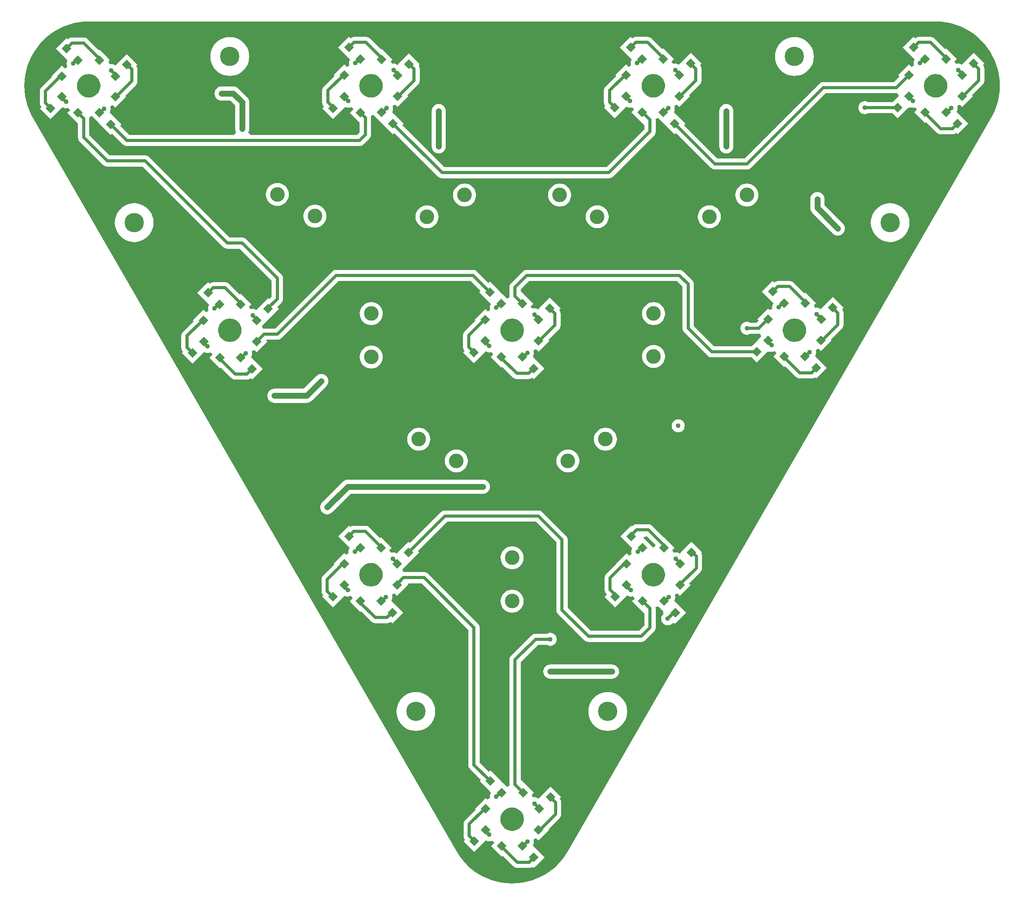
<source format=gtl>
%FSLAX25Y25*%
%MOIN*%
G70*
G01*
G75*
G04 Layer_Physical_Order=1*
G04 Layer_Color=255*
%ADD10P,0.08352X4X90.0*%
%ADD11P,0.08352X4X180.0*%
%ADD12C,0.05000*%
%ADD13C,0.02500*%
%ADD14C,0.16500*%
%ADD15C,0.04000*%
%ADD16C,0.12500*%
G36*
X1285056Y1088679D02*
X1289325Y1088174D01*
X1293541Y1087335D01*
X1297679Y1086168D01*
X1301712Y1084680D01*
X1305616Y1082880D01*
X1309367Y1080780D01*
X1312941Y1078391D01*
X1316318Y1075730D01*
X1319475Y1072812D01*
X1322393Y1069655D01*
X1325054Y1066279D01*
X1327442Y1062704D01*
X1329543Y1058953D01*
X1331343Y1055049D01*
X1332831Y1051016D01*
X1333998Y1046878D01*
X1334836Y1042662D01*
X1335342Y1038393D01*
X1335511Y1034097D01*
X1335342Y1029801D01*
X1334836Y1025532D01*
X1333998Y1021316D01*
X1332831Y1017178D01*
X1331343Y1013145D01*
X1329543Y1009241D01*
X1328143Y1006740D01*
X1328143Y1006740D01*
X1328147Y1006724D01*
X967403Y381897D01*
X967393Y381903D01*
X966693Y380653D01*
X964304Y377078D01*
X961643Y373702D01*
X958724Y370545D01*
X955568Y367627D01*
X952192Y364966D01*
X948617Y362577D01*
X944866Y360476D01*
X940962Y358677D01*
X936929Y357189D01*
X932791Y356022D01*
X928575Y355183D01*
X924306Y354678D01*
X920010Y354509D01*
X915714Y354678D01*
X911445Y355183D01*
X907228Y356022D01*
X903091Y357189D01*
X899058Y358677D01*
X895153Y360476D01*
X891403Y362577D01*
X887828Y364966D01*
X884452Y367627D01*
X881295Y370545D01*
X878377Y373702D01*
X875716Y377078D01*
X873327Y380653D01*
X872627Y381903D01*
X872627D01*
X872610Y381908D01*
X511866Y1006734D01*
X511877Y1006740D01*
X511854Y1006780D01*
D01*
X511854Y1006780D01*
X511854Y1006781D01*
D01*
D01*
D01*
D01*
X511854Y1006780D01*
X510476Y1009241D01*
X508677Y1013145D01*
X507189Y1017178D01*
X506022Y1021316D01*
X505183Y1025532D01*
X504678Y1029801D01*
X504509Y1034097D01*
X504678Y1038393D01*
X505183Y1042662D01*
X506022Y1046878D01*
X507189Y1051016D01*
X508677Y1055049D01*
X510476Y1058953D01*
X512577Y1062704D01*
X514965Y1066279D01*
X517627Y1069655D01*
X520545Y1072812D01*
X523702Y1075730D01*
X527078Y1078391D01*
X530653Y1080780D01*
X534403Y1082880D01*
X538308Y1084680D01*
X542341Y1086168D01*
X546479Y1087335D01*
X550695Y1088174D01*
X554964Y1088679D01*
X559110Y1088842D01*
X559260Y1088822D01*
X1280760D01*
X1280909Y1088842D01*
X1285056Y1088679D01*
D02*
G37*
%LPC*%
G36*
X1061531Y749956D02*
X1060095Y749767D01*
X1058757Y749213D01*
X1057608Y748331D01*
X1056727Y747182D01*
X1056172Y745844D01*
X1055983Y744408D01*
X1056172Y742973D01*
X1056727Y741635D01*
X1057608Y740486D01*
X1058757Y739604D01*
X1060095Y739050D01*
X1061531Y738861D01*
X1062967Y739050D01*
X1064305Y739604D01*
X1065454Y740486D01*
X1066335Y741635D01*
X1066889Y742973D01*
X1067078Y744408D01*
X1066889Y745844D01*
X1066335Y747182D01*
X1065454Y748331D01*
X1064305Y749213D01*
X1062967Y749767D01*
X1061531Y749956D01*
D02*
G37*
G36*
X757500Y788529D02*
X756324Y788413D01*
X755193Y788070D01*
X754150Y787513D01*
X753237Y786763D01*
X742503Y776029D01*
X717500D01*
X716324Y775913D01*
X715193Y775570D01*
X714150Y775013D01*
X713237Y774263D01*
X712487Y773350D01*
X711930Y772307D01*
X711587Y771176D01*
X711471Y770000D01*
X711587Y768824D01*
X711930Y767693D01*
X712487Y766650D01*
X713237Y765737D01*
X714150Y764987D01*
X715193Y764430D01*
X716324Y764087D01*
X717500Y763971D01*
X745000D01*
X746176Y764087D01*
X747307Y764430D01*
X748350Y764987D01*
X749263Y765737D01*
X761763Y778237D01*
X762513Y779150D01*
X763070Y780193D01*
X763413Y781324D01*
X763529Y782500D01*
X763413Y783676D01*
X763070Y784807D01*
X762513Y785850D01*
X761763Y786763D01*
X760850Y787513D01*
X759807Y788070D01*
X758676Y788413D01*
X757500Y788529D01*
D02*
G37*
G36*
X840500Y742797D02*
X838589Y742609D01*
X836751Y742051D01*
X835057Y741146D01*
X833572Y739928D01*
X832354Y738443D01*
X831449Y736749D01*
X830891Y734911D01*
X830703Y733000D01*
X830891Y731089D01*
X831449Y729251D01*
X832354Y727557D01*
X833572Y726072D01*
X835057Y724854D01*
X836751Y723949D01*
X838589Y723391D01*
X840500Y723203D01*
X842411Y723391D01*
X844249Y723949D01*
X845943Y724854D01*
X847428Y726072D01*
X848646Y727557D01*
X849551Y729251D01*
X850109Y731089D01*
X850297Y733000D01*
X850109Y734911D01*
X849551Y736749D01*
X848646Y738443D01*
X847428Y739928D01*
X845943Y741146D01*
X844249Y742051D01*
X842411Y742609D01*
X840500Y742797D01*
D02*
G37*
G36*
X999500D02*
X997589Y742609D01*
X995751Y742051D01*
X994057Y741146D01*
X992572Y739928D01*
X991354Y738443D01*
X990449Y736749D01*
X989891Y734911D01*
X989703Y733000D01*
X989891Y731089D01*
X990449Y729251D01*
X991354Y727557D01*
X992572Y726072D01*
X994057Y724854D01*
X995751Y723949D01*
X997589Y723391D01*
X999500Y723203D01*
X1001411Y723391D01*
X1003249Y723949D01*
X1004943Y724854D01*
X1006428Y726072D01*
X1007646Y727557D01*
X1008551Y729251D01*
X1009109Y731089D01*
X1009297Y733000D01*
X1009109Y734911D01*
X1008551Y736749D01*
X1007646Y738443D01*
X1006428Y739928D01*
X1004943Y741146D01*
X1003249Y742051D01*
X1001411Y742609D01*
X999500Y742797D01*
D02*
G37*
G36*
X800000Y812797D02*
X798089Y812609D01*
X796251Y812051D01*
X794557Y811146D01*
X793072Y809928D01*
X791854Y808443D01*
X790949Y806749D01*
X790391Y804911D01*
X790203Y803000D01*
X790391Y801089D01*
X790949Y799251D01*
X791854Y797557D01*
X793072Y796072D01*
X794557Y794854D01*
X796251Y793949D01*
X798089Y793391D01*
X800000Y793203D01*
X801911Y793391D01*
X803749Y793949D01*
X805443Y794854D01*
X806928Y796072D01*
X808146Y797557D01*
X809051Y799251D01*
X809609Y801089D01*
X809797Y803000D01*
X809609Y804911D01*
X809051Y806749D01*
X808146Y808443D01*
X806928Y809928D01*
X805443Y811146D01*
X803749Y812051D01*
X801911Y812609D01*
X800000Y812797D01*
D02*
G37*
G36*
X1040500Y849797D02*
X1038589Y849609D01*
X1036751Y849051D01*
X1035057Y848146D01*
X1033572Y846928D01*
X1032354Y845443D01*
X1031449Y843749D01*
X1030891Y841911D01*
X1030703Y840000D01*
X1030891Y838089D01*
X1031449Y836251D01*
X1032354Y834557D01*
X1033572Y833072D01*
X1035057Y831854D01*
X1036751Y830949D01*
X1038589Y830391D01*
X1040500Y830203D01*
X1042411Y830391D01*
X1044249Y830949D01*
X1045943Y831854D01*
X1047428Y833072D01*
X1048646Y834557D01*
X1049551Y836251D01*
X1050109Y838089D01*
X1050297Y840000D01*
X1050109Y841911D01*
X1049551Y843749D01*
X1048646Y845443D01*
X1047428Y846928D01*
X1045943Y848146D01*
X1044249Y849051D01*
X1042411Y849609D01*
X1040500Y849797D01*
D02*
G37*
G36*
X598000Y934051D02*
X595411Y933847D01*
X592885Y933241D01*
X590486Y932247D01*
X588272Y930890D01*
X586297Y929203D01*
X584610Y927228D01*
X583253Y925014D01*
X582259Y922615D01*
X581653Y920089D01*
X581449Y917500D01*
X581653Y914911D01*
X582259Y912385D01*
X583253Y909986D01*
X584610Y907772D01*
X586297Y905797D01*
X588272Y904110D01*
X590486Y902753D01*
X592885Y901759D01*
X595411Y901153D01*
X598000Y900949D01*
X600589Y901153D01*
X603115Y901759D01*
X605514Y902753D01*
X607728Y904110D01*
X609703Y905797D01*
X611390Y907772D01*
X612747Y909986D01*
X613741Y912385D01*
X614347Y914911D01*
X614551Y917500D01*
X614347Y920089D01*
X613741Y922615D01*
X612747Y925014D01*
X611390Y927228D01*
X609703Y929203D01*
X607728Y930890D01*
X605514Y932247D01*
X603115Y933241D01*
X600589Y933847D01*
X598000Y934051D01*
D02*
G37*
G36*
X1040500Y813297D02*
X1038589Y813109D01*
X1036751Y812551D01*
X1035057Y811646D01*
X1033572Y810428D01*
X1032354Y808943D01*
X1031449Y807249D01*
X1030891Y805411D01*
X1030703Y803500D01*
X1030891Y801589D01*
X1031449Y799751D01*
X1032354Y798057D01*
X1033572Y796572D01*
X1035057Y795354D01*
X1036751Y794449D01*
X1038589Y793891D01*
X1040500Y793703D01*
X1042411Y793891D01*
X1044249Y794449D01*
X1045943Y795354D01*
X1047428Y796572D01*
X1048646Y798057D01*
X1049551Y799751D01*
X1050109Y801589D01*
X1050297Y803500D01*
X1050109Y805411D01*
X1049551Y807249D01*
X1048646Y808943D01*
X1047428Y810428D01*
X1045943Y811646D01*
X1044249Y812551D01*
X1042411Y813109D01*
X1040500Y813297D01*
D02*
G37*
G36*
X800000Y849797D02*
X798089Y849609D01*
X796251Y849051D01*
X794557Y848146D01*
X793072Y846928D01*
X791854Y845443D01*
X790949Y843749D01*
X790391Y841911D01*
X790203Y840000D01*
X790391Y838089D01*
X790949Y836251D01*
X791854Y834557D01*
X793072Y833072D01*
X794557Y831854D01*
X796251Y830949D01*
X798089Y830391D01*
X800000Y830203D01*
X801911Y830391D01*
X803749Y830949D01*
X805443Y831854D01*
X806928Y833072D01*
X808146Y834557D01*
X809051Y836251D01*
X809609Y838089D01*
X809797Y840000D01*
X809609Y841911D01*
X809051Y843749D01*
X808146Y845443D01*
X806928Y846928D01*
X805443Y848146D01*
X803749Y849051D01*
X801911Y849609D01*
X800000Y849797D01*
D02*
G37*
G36*
X1005000Y541029D02*
X952500D01*
X951324Y540913D01*
X950193Y540570D01*
X949150Y540013D01*
X948237Y539263D01*
X947487Y538349D01*
X946930Y537307D01*
X946587Y536176D01*
X946471Y535000D01*
X946587Y533824D01*
X946930Y532693D01*
X947487Y531650D01*
X948237Y530737D01*
X949150Y529987D01*
X950193Y529430D01*
X951324Y529087D01*
X952500Y528971D01*
X1005000D01*
X1006176Y529087D01*
X1007307Y529430D01*
X1008350Y529987D01*
X1009263Y530737D01*
X1010013Y531650D01*
X1010570Y532693D01*
X1010913Y533824D01*
X1011029Y535000D01*
X1010913Y536176D01*
X1010570Y537307D01*
X1010013Y538349D01*
X1009263Y539263D01*
X1008350Y540013D01*
X1007307Y540570D01*
X1006176Y540913D01*
X1005000Y541029D01*
D02*
G37*
G36*
X920000Y604797D02*
X918089Y604609D01*
X916251Y604051D01*
X914557Y603146D01*
X913072Y601928D01*
X911854Y600443D01*
X910949Y598749D01*
X910391Y596911D01*
X910203Y595000D01*
X910391Y593089D01*
X910949Y591251D01*
X911854Y589557D01*
X913072Y588072D01*
X914557Y586854D01*
X916251Y585949D01*
X918089Y585391D01*
X920000Y585203D01*
X921911Y585391D01*
X923749Y585949D01*
X925443Y586854D01*
X926928Y588072D01*
X928146Y589557D01*
X929051Y591251D01*
X929609Y593089D01*
X929797Y595000D01*
X929609Y596911D01*
X929051Y598749D01*
X928146Y600443D01*
X926928Y601928D01*
X925443Y603146D01*
X923749Y604051D01*
X921911Y604609D01*
X920000Y604797D01*
D02*
G37*
G36*
X838000Y517551D02*
X835411Y517347D01*
X832885Y516741D01*
X830486Y515747D01*
X828272Y514390D01*
X826297Y512703D01*
X824610Y510728D01*
X823253Y508514D01*
X822259Y506114D01*
X821653Y503589D01*
X821449Y501000D01*
X821653Y498411D01*
X822259Y495886D01*
X823253Y493486D01*
X824610Y491272D01*
X826297Y489297D01*
X828272Y487610D01*
X830486Y486253D01*
X832885Y485259D01*
X835411Y484653D01*
X838000Y484449D01*
X840589Y484653D01*
X843115Y485259D01*
X845514Y486253D01*
X847728Y487610D01*
X849703Y489297D01*
X851390Y491272D01*
X852747Y493486D01*
X853741Y495886D01*
X854347Y498411D01*
X854551Y501000D01*
X854347Y503589D01*
X853741Y506114D01*
X852747Y508514D01*
X851390Y510728D01*
X849703Y512703D01*
X847728Y514390D01*
X845514Y515747D01*
X843115Y516741D01*
X840589Y517347D01*
X838000Y517551D01*
D02*
G37*
G36*
X1001500D02*
X998911Y517347D01*
X996385Y516741D01*
X993986Y515747D01*
X991772Y514390D01*
X989797Y512703D01*
X988110Y510728D01*
X986753Y508514D01*
X985759Y506114D01*
X985153Y503589D01*
X984949Y501000D01*
X985153Y498411D01*
X985759Y495886D01*
X986753Y493486D01*
X988110Y491272D01*
X989797Y489297D01*
X991772Y487610D01*
X993986Y486253D01*
X996385Y485259D01*
X998911Y484653D01*
X1001500Y484449D01*
X1004089Y484653D01*
X1006615Y485259D01*
X1009014Y486253D01*
X1011228Y487610D01*
X1013203Y489297D01*
X1014890Y491272D01*
X1016247Y493486D01*
X1017241Y495886D01*
X1017847Y498411D01*
X1018051Y501000D01*
X1017847Y503589D01*
X1017241Y506114D01*
X1016247Y508514D01*
X1014890Y510728D01*
X1013203Y512703D01*
X1011228Y514390D01*
X1009014Y515747D01*
X1006615Y516741D01*
X1004089Y517347D01*
X1001500Y517551D01*
D02*
G37*
G36*
X920000Y641797D02*
X918089Y641609D01*
X916251Y641051D01*
X914557Y640146D01*
X913072Y638928D01*
X911854Y637443D01*
X910949Y635749D01*
X910391Y633911D01*
X910203Y632000D01*
X910391Y630089D01*
X910949Y628251D01*
X911854Y626557D01*
X913072Y625072D01*
X914557Y623854D01*
X916251Y622949D01*
X918089Y622391D01*
X920000Y622203D01*
X921911Y622391D01*
X923749Y622949D01*
X925443Y623854D01*
X926928Y625072D01*
X928146Y626557D01*
X929051Y628251D01*
X929609Y630089D01*
X929797Y632000D01*
X929609Y633911D01*
X929051Y635749D01*
X928146Y637443D01*
X926928Y638928D01*
X925443Y640146D01*
X923749Y641051D01*
X921911Y641609D01*
X920000Y641797D01*
D02*
G37*
G36*
X872500Y724297D02*
X870589Y724109D01*
X868751Y723551D01*
X867057Y722646D01*
X865572Y721428D01*
X864354Y719943D01*
X863449Y718249D01*
X862891Y716411D01*
X862703Y714500D01*
X862891Y712589D01*
X863449Y710751D01*
X864354Y709057D01*
X865572Y707572D01*
X867057Y706354D01*
X868751Y705449D01*
X870589Y704891D01*
X872500Y704703D01*
X874411Y704891D01*
X876249Y705449D01*
X877943Y706354D01*
X879428Y707572D01*
X880646Y709057D01*
X881551Y710751D01*
X882109Y712589D01*
X882297Y714500D01*
X882109Y716411D01*
X881551Y718249D01*
X880646Y719943D01*
X879428Y721428D01*
X877943Y722646D01*
X876249Y723551D01*
X874411Y724109D01*
X872500Y724297D01*
D02*
G37*
G36*
X967500D02*
X965589Y724109D01*
X963751Y723551D01*
X962057Y722646D01*
X960572Y721428D01*
X959354Y719943D01*
X958449Y718249D01*
X957891Y716411D01*
X957703Y714500D01*
X957891Y712589D01*
X958449Y710751D01*
X959354Y709057D01*
X960572Y707572D01*
X962057Y706354D01*
X963751Y705449D01*
X965589Y704891D01*
X967500Y704703D01*
X969411Y704891D01*
X971249Y705449D01*
X972943Y706354D01*
X974428Y707572D01*
X975646Y709057D01*
X976551Y710751D01*
X977109Y712589D01*
X977297Y714500D01*
X977109Y716411D01*
X976551Y718249D01*
X975646Y719943D01*
X974428Y721428D01*
X972943Y722646D01*
X971249Y723551D01*
X969411Y724109D01*
X967500Y724297D01*
D02*
G37*
G36*
X895000Y698529D02*
X780000D01*
X778824Y698413D01*
X777693Y698070D01*
X776650Y697513D01*
X775737Y696763D01*
X758237Y679263D01*
X757487Y678349D01*
X756930Y677307D01*
X756587Y676176D01*
X756471Y675000D01*
X756587Y673824D01*
X756930Y672693D01*
X757487Y671651D01*
X758237Y670737D01*
X759151Y669987D01*
X760193Y669430D01*
X761324Y669087D01*
X762500Y668971D01*
X763676Y669087D01*
X764807Y669430D01*
X765849Y669987D01*
X766763Y670737D01*
X782497Y686471D01*
X895000D01*
X896176Y686587D01*
X897307Y686930D01*
X898350Y687487D01*
X899263Y688237D01*
X900013Y689150D01*
X900570Y690193D01*
X900913Y691324D01*
X901029Y692500D01*
X900913Y693676D01*
X900570Y694807D01*
X900013Y695850D01*
X899263Y696763D01*
X898350Y697513D01*
X897307Y698070D01*
X896176Y698413D01*
X895000Y698529D01*
D02*
G37*
G36*
X942500Y672291D02*
X862641D01*
X861401Y672128D01*
X860246Y671649D01*
X859253Y670888D01*
X832867Y644502D01*
X831692Y645677D01*
X823199Y637183D01*
X823199D01*
D01*
D01*
X823199D01*
X823199Y637183D01*
X822567Y636551D01*
X822148Y636132D01*
X821949Y635933D01*
X821583Y635567D01*
Y635567D01*
X821583Y635567D01*
D01*
X821274Y635804D01*
X819936Y636358D01*
X818500Y636548D01*
X817064Y636358D01*
X816631Y636179D01*
X815242Y638258D01*
X816183Y639199D01*
Y639199D01*
X817433Y640449D01*
X816183Y641699D01*
Y641699D01*
X808308Y649574D01*
X807504Y648771D01*
X798388Y657888D01*
X797396Y658649D01*
X797057Y658789D01*
X796240Y659128D01*
X795000Y659291D01*
X785000D01*
X783760Y659128D01*
X782605Y658649D01*
X782046Y658221D01*
X780949Y659318D01*
X771823Y650192D01*
X780949Y641067D01*
Y641067D01*
D01*
D01*
Y641067D01*
X780949D01*
X781567Y640449D01*
Y640449D01*
X781567Y640257D01*
X781196Y639774D01*
X780642Y638436D01*
X780452Y637000D01*
X780622Y635710D01*
X778674Y634749D01*
X778364Y634621D01*
X778301Y634683D01*
X778301D01*
X777051Y635933D01*
X775801Y634683D01*
X775801D01*
X767926Y626808D01*
X768479Y626254D01*
X759112Y616888D01*
X758351Y615896D01*
X758211Y615557D01*
X757872Y614740D01*
X757709Y613500D01*
Y603500D01*
X757872Y602260D01*
X758211Y601443D01*
X758351Y601104D01*
X759112Y600112D01*
X759229Y599996D01*
X758182Y598949D01*
X767308Y589823D01*
X776433Y598949D01*
X776433D01*
D01*
D01*
X776433D01*
Y598949D01*
X777051Y599567D01*
X777051D01*
D01*
D01*
D01*
D01*
X777538Y599567D01*
X778564Y599142D01*
X780000Y598952D01*
X781436Y599142D01*
X782722Y599675D01*
X784111Y597596D01*
X782817Y596301D01*
Y596301D01*
X781567Y595051D01*
X782817Y593801D01*
Y593801D01*
X790692Y585926D01*
X791246Y586479D01*
X800112Y577612D01*
D01*
X800112Y577612D01*
X800112Y577612D01*
D01*
D01*
D01*
Y577612D01*
X800112Y577612D01*
D01*
X801105Y576851D01*
X802260Y576372D01*
X803500Y576209D01*
X813500D01*
X814740Y576372D01*
X815557Y576711D01*
X815895Y576851D01*
X816737Y577496D01*
X818051Y576182D01*
X827177Y585308D01*
X818051Y594433D01*
Y594433D01*
D01*
D01*
Y594433D01*
X818051D01*
X817433Y595051D01*
X817433D01*
X817067Y595417D01*
X817304Y595726D01*
X817858Y597064D01*
X818048Y598500D01*
X817858Y599936D01*
X817679Y600369D01*
X819758Y601758D01*
X821949Y599567D01*
X831074Y608692D01*
X831074D01*
D01*
Y608692D01*
X831074D01*
X831074D01*
X831703Y610209D01*
X843015D01*
X882709Y570515D01*
Y455641D01*
X882709Y455641D01*
X882709D01*
X882872Y454401D01*
X883211Y453584D01*
X883351Y453245D01*
X884112Y452253D01*
D01*
X884112Y452253D01*
X884112Y452253D01*
D01*
D01*
X884112Y452253D01*
Y452253D01*
X893498Y442867D01*
X892323Y441692D01*
X900817Y433199D01*
Y433199D01*
D01*
D01*
Y433199D01*
X900817Y433199D01*
X901449Y432567D01*
X902067Y431949D01*
Y431949D01*
X902067Y431757D01*
X901696Y431274D01*
X901142Y429936D01*
X900953Y428500D01*
X901122Y427210D01*
X899174Y426249D01*
X898864Y426121D01*
X898801Y426183D01*
X898801D01*
X897551Y427433D01*
X896301Y426183D01*
X896301D01*
X888426Y418308D01*
X889229Y417504D01*
X880112Y408388D01*
X879351Y407396D01*
X879211Y407057D01*
X878872Y406240D01*
X878709Y405000D01*
Y395000D01*
X878709Y395000D01*
X878709D01*
X878872Y393760D01*
X879211Y392943D01*
X879351Y392604D01*
X879996Y391763D01*
X878682Y390449D01*
X887808Y381323D01*
X896933Y390449D01*
X896933D01*
D01*
D01*
X896933D01*
Y390449D01*
X897551Y391067D01*
X897551D01*
X898038Y391067D01*
X899064Y390642D01*
X900500Y390453D01*
X901936Y390642D01*
X903222Y391175D01*
X904611Y389096D01*
X903317Y387801D01*
Y387801D01*
X902067Y386551D01*
X903317Y385301D01*
Y385301D01*
X911192Y377426D01*
X911996Y378229D01*
X921112Y369112D01*
Y369112D01*
X921112D01*
X921112Y369112D01*
X921112D01*
D01*
D01*
D01*
Y369112D01*
X921112Y369112D01*
D01*
X922104Y368351D01*
X923260Y367872D01*
X924500Y367709D01*
X934500D01*
X935740Y367872D01*
X936557Y368211D01*
X936895Y368351D01*
X937454Y368779D01*
X938551Y367682D01*
X939649Y368779D01*
X939649D01*
X947677Y376808D01*
X938551Y385933D01*
Y385933D01*
D01*
D01*
Y385933D01*
X938551D01*
X937933Y386551D01*
X937933D01*
X937567Y386917D01*
X937804Y387226D01*
X938358Y388564D01*
X938548Y390000D01*
X938358Y391436D01*
X938179Y391869D01*
X940258Y393258D01*
X942449Y391067D01*
X951574Y400192D01*
X951021Y400746D01*
X960388Y410112D01*
Y410112D01*
D01*
D01*
D01*
X960388Y410112D01*
D01*
Y410112D01*
D01*
D01*
D01*
D01*
X960388D01*
Y410112D01*
D01*
D01*
D01*
X960388D01*
D01*
D01*
Y410112D01*
D01*
D01*
D01*
Y410112D01*
D01*
D01*
X960388D01*
D01*
X960388Y410112D01*
D01*
D01*
X961149Y411104D01*
X961628Y412260D01*
X961791Y413500D01*
Y423500D01*
X961628Y424740D01*
X961149Y425896D01*
X960658Y426536D01*
X960503Y426737D01*
X961818Y428051D01*
X952692Y437177D01*
X943567Y428051D01*
X943567D01*
D01*
D01*
X943567D01*
Y428051D01*
X942949Y427433D01*
Y427433D01*
X942366Y426850D01*
X941774Y427304D01*
X940436Y427858D01*
X939000Y428048D01*
X937710Y427878D01*
X936749Y429826D01*
X936621Y430136D01*
X938433Y431949D01*
X929308Y441074D01*
Y441074D01*
D01*
D01*
Y441074D01*
X929308D01*
X927291Y443091D01*
Y543015D01*
X941984Y557709D01*
X949709D01*
X949726Y557696D01*
X951064Y557142D01*
X952500Y556952D01*
X953936Y557142D01*
X955274Y557696D01*
X956423Y558577D01*
X957304Y559726D01*
X957858Y561064D01*
X958047Y562500D01*
X957858Y563936D01*
X957304Y565274D01*
X956423Y566423D01*
X955274Y567304D01*
X953936Y567858D01*
X952500Y568048D01*
X951064Y567858D01*
X949726Y567304D01*
X949709Y567291D01*
X940000D01*
X938760Y567128D01*
X938083Y566847D01*
X937605Y566649D01*
X936612Y565888D01*
X919112Y548388D01*
X918351Y547396D01*
X917872Y546240D01*
X917709Y545000D01*
Y438756D01*
X917709Y438756D01*
X917709D01*
X917838Y437777D01*
X915596Y436671D01*
X911824Y440442D01*
Y440442D01*
D01*
D01*
Y440442D01*
X911824Y440442D01*
X911192Y441074D01*
X910883Y441383D01*
X910574Y441692D01*
X909942Y442324D01*
X909942Y442324D01*
X909942D01*
D01*
D01*
X909942D01*
X901449Y450818D01*
X900274Y449643D01*
X892291Y457625D01*
Y572500D01*
D01*
X892291Y572500D01*
D01*
D01*
D01*
D01*
D01*
Y572500D01*
D01*
D01*
D01*
D01*
D01*
D01*
D01*
D01*
X892291Y572500D01*
X892128Y573740D01*
X891967Y574127D01*
X891967Y574127D01*
X891649Y574895D01*
Y574895D01*
Y574895D01*
Y574895D01*
X890888Y575888D01*
X848388Y618388D01*
X847396Y619149D01*
X847057Y619289D01*
X846240Y619628D01*
X845000Y619791D01*
X827500D01*
X827391Y619777D01*
X826285Y622019D01*
X831074Y626808D01*
Y626808D01*
X831074D01*
D01*
D01*
X831074D01*
D01*
D01*
D01*
D01*
Y626808D01*
D01*
D01*
D01*
X831074Y626808D01*
D01*
Y626808D01*
X831692Y627426D01*
X832324Y628058D01*
X832324Y628058D01*
Y628058D01*
D01*
D01*
Y628058D01*
X840818Y636551D01*
X839643Y637726D01*
X864625Y662709D01*
X940516D01*
X957709Y645515D01*
Y587500D01*
X957709Y587500D01*
X957709Y587500D01*
X957872Y586260D01*
X958211Y585443D01*
X958351Y585105D01*
X959112Y584112D01*
X959112Y584112D01*
X959112Y584112D01*
X981612Y561612D01*
Y561612D01*
X981612D01*
X981612Y561612D01*
X981612D01*
D01*
D01*
D01*
Y561612D01*
X981612Y561612D01*
D01*
X982605Y560851D01*
X983760Y560372D01*
X983760Y560372D01*
D01*
D01*
D01*
X983760D01*
D01*
D01*
D01*
X983760D01*
Y560372D01*
D01*
X985000Y560209D01*
X1030000D01*
X1031240Y560372D01*
X1032057Y560711D01*
X1032395Y560851D01*
X1033388Y561612D01*
Y561612D01*
X1033388D01*
D01*
D01*
D01*
D01*
D01*
D01*
X1033388D01*
D01*
X1033388D01*
Y561612D01*
D01*
D01*
D01*
D01*
Y561612D01*
D01*
D01*
D01*
Y561612D01*
D01*
D01*
X1033388D01*
D01*
D01*
D01*
D01*
D01*
X1040888Y569112D01*
X1041649Y570105D01*
X1042128Y571260D01*
X1042291Y572500D01*
D01*
D01*
D01*
D01*
D01*
X1042291D01*
D01*
D01*
D01*
Y572500D01*
X1042291D01*
D01*
Y572500D01*
D01*
D01*
D01*
D01*
D01*
D01*
D01*
D01*
D01*
D01*
D01*
D01*
Y572500D01*
D01*
X1042291D01*
D01*
D01*
D01*
D01*
X1042291Y572500D01*
Y588744D01*
X1042162Y589723D01*
X1044404Y590829D01*
X1048676Y586558D01*
Y586558D01*
D01*
D01*
Y586558D01*
X1048676Y586558D01*
X1048783Y586450D01*
X1048620Y583955D01*
X1048577Y583923D01*
X1047696Y582774D01*
X1047142Y581436D01*
X1046953Y580000D01*
X1047142Y578564D01*
X1047696Y577226D01*
X1048577Y576077D01*
X1049726Y575196D01*
X1051064Y574642D01*
X1052500Y574452D01*
X1053936Y574642D01*
X1055274Y575196D01*
X1056423Y576077D01*
X1056455Y576120D01*
X1058950Y576283D01*
X1059051Y576182D01*
X1059153Y576283D01*
D01*
X1066927Y584058D01*
Y584058D01*
X1068177Y585308D01*
X1066927Y586558D01*
Y586558D01*
X1059683Y593801D01*
Y593801D01*
D01*
D01*
Y593801D01*
X1059683Y593801D01*
X1059051Y594433D01*
X1058924Y594561D01*
X1058433Y595051D01*
X1058067Y595417D01*
X1058067D01*
X1058067Y595417D01*
D01*
X1058304Y595726D01*
X1058858Y597064D01*
X1059048Y598500D01*
X1058858Y599936D01*
X1058679Y600369D01*
X1060758Y601758D01*
X1062949Y599567D01*
X1072074Y608692D01*
X1070643Y610124D01*
X1080439Y619920D01*
Y619920D01*
D01*
D01*
D01*
X1080439Y619920D01*
D01*
Y619920D01*
D01*
D01*
D01*
D01*
X1080439D01*
Y619920D01*
D01*
D01*
D01*
X1080439D01*
D01*
D01*
Y619920D01*
D01*
D01*
D01*
Y619920D01*
D01*
D01*
X1080439D01*
D01*
X1080439Y619920D01*
D01*
D01*
X1081200Y620912D01*
X1081679Y622068D01*
X1081842Y623308D01*
Y633308D01*
X1081679Y634548D01*
X1081200Y635703D01*
X1081100Y635834D01*
X1081818Y636551D01*
X1081100Y637269D01*
D01*
X1072692Y645677D01*
X1063567Y636551D01*
X1063567D01*
D01*
D01*
X1063567D01*
Y636551D01*
X1062949Y635933D01*
Y635933D01*
X1062583Y635567D01*
X1062274Y635804D01*
X1060936Y636358D01*
X1059500Y636548D01*
X1058064Y636358D01*
X1057631Y636179D01*
X1056242Y638258D01*
X1058433Y640449D01*
X1049308Y649574D01*
X1049184Y649450D01*
X1039439Y659195D01*
X1038447Y659957D01*
X1038108Y660097D01*
X1037291Y660435D01*
X1036051Y660599D01*
X1026051D01*
X1024811Y660435D01*
X1023656Y659957D01*
X1022663Y659195D01*
X1022117Y658649D01*
X1021449Y659318D01*
X1012323Y650192D01*
X1021449Y641067D01*
X1021449D01*
X1022067Y640449D01*
Y640449D01*
D01*
D01*
X1022433Y640083D01*
Y640083D01*
D01*
X1022196Y639774D01*
X1021642Y638436D01*
X1021453Y637000D01*
X1021642Y635564D01*
X1021821Y635131D01*
X1019742Y633742D01*
X1017551Y635933D01*
X1008426Y626808D01*
X1008601Y626633D01*
X1000163Y618195D01*
X999402Y617203D01*
X999262Y616865D01*
X998923Y616048D01*
X998760Y614808D01*
Y604808D01*
X998923Y603568D01*
X999262Y602751D01*
X999402Y602412D01*
X1000163Y601420D01*
X1000658Y600925D01*
X998682Y598949D01*
X1007808Y589823D01*
X1016933Y598949D01*
X1016933D01*
D01*
D01*
X1016933D01*
Y598949D01*
X1017551Y599567D01*
Y599567D01*
X1017917Y599933D01*
Y599933D01*
X1018226Y599696D01*
X1019564Y599142D01*
X1021000Y598952D01*
X1022436Y599142D01*
X1022869Y599321D01*
X1024258Y597242D01*
X1023317Y596301D01*
Y596301D01*
X1022067Y595051D01*
X1023317Y593801D01*
Y593801D01*
X1031192Y585926D01*
Y585926D01*
D01*
D01*
Y585926D01*
X1031192D01*
X1032709Y584409D01*
Y574484D01*
X1028016Y569791D01*
X986985D01*
X967291Y589485D01*
Y647500D01*
X967128Y648740D01*
X966649Y649895D01*
X965888Y650888D01*
X945888Y670888D01*
D01*
X945888Y670888D01*
D01*
D01*
D01*
X945888Y670888D01*
X945888Y670888D01*
X944895Y671649D01*
X944557Y671789D01*
X943740Y672128D01*
X942500Y672291D01*
D02*
G37*
G36*
X1242000Y934051D02*
X1239411Y933847D01*
X1236885Y933241D01*
X1234486Y932247D01*
X1232272Y930890D01*
X1230297Y929203D01*
X1228610Y927228D01*
X1227253Y925014D01*
X1226259Y922615D01*
X1225653Y920089D01*
X1225449Y917500D01*
X1225653Y914911D01*
X1226259Y912385D01*
X1227253Y909986D01*
X1228610Y907772D01*
X1230297Y905797D01*
X1232272Y904110D01*
X1234486Y902753D01*
X1236885Y901759D01*
X1239411Y901153D01*
X1242000Y900949D01*
X1244589Y901153D01*
X1247115Y901759D01*
X1249514Y902753D01*
X1251728Y904110D01*
X1253703Y905797D01*
X1255390Y907772D01*
X1256747Y909986D01*
X1257741Y912385D01*
X1258347Y914911D01*
X1258551Y917500D01*
X1258347Y920089D01*
X1257741Y922615D01*
X1256747Y925014D01*
X1255390Y927228D01*
X1253703Y929203D01*
X1251728Y930890D01*
X1249514Y932247D01*
X1247115Y933241D01*
X1244589Y933847D01*
X1242000Y934051D01*
D02*
G37*
G36*
X720000Y951297D02*
X718089Y951109D01*
X716251Y950551D01*
X714557Y949646D01*
X713072Y948428D01*
X711854Y946943D01*
X710949Y945249D01*
X710391Y943411D01*
X710203Y941500D01*
X710391Y939589D01*
X710949Y937751D01*
X711854Y936057D01*
X713072Y934572D01*
X714557Y933354D01*
X716251Y932449D01*
X718089Y931891D01*
X720000Y931703D01*
X721911Y931891D01*
X723749Y932449D01*
X725443Y933354D01*
X726928Y934572D01*
X728146Y936057D01*
X729051Y937751D01*
X729609Y939589D01*
X729797Y941500D01*
X729609Y943411D01*
X729051Y945249D01*
X728146Y946943D01*
X726928Y948428D01*
X725443Y949646D01*
X723749Y950551D01*
X721911Y951109D01*
X720000Y951297D01*
D02*
G37*
G36*
X857500Y1018529D02*
X856324Y1018413D01*
X855193Y1018070D01*
X854150Y1017513D01*
X853237Y1016763D01*
X852487Y1015850D01*
X851930Y1014807D01*
X851587Y1013676D01*
X851471Y1012500D01*
Y982500D01*
X851587Y981324D01*
X851930Y980193D01*
X852487Y979150D01*
X853237Y978237D01*
X854150Y977487D01*
X855193Y976930D01*
X856324Y976587D01*
X857500Y976471D01*
X858676Y976587D01*
X859807Y976930D01*
X860850Y977487D01*
X861763Y978237D01*
X862513Y979150D01*
X863070Y980193D01*
X863413Y981324D01*
X863529Y982500D01*
Y1012500D01*
X863413Y1013676D01*
X863070Y1014807D01*
X862513Y1015850D01*
X861763Y1016763D01*
X860850Y1017513D01*
X859807Y1018070D01*
X858676Y1018413D01*
X857500Y1018529D01*
D02*
G37*
G36*
X960500Y950797D02*
X958589Y950609D01*
X956751Y950051D01*
X955057Y949146D01*
X953572Y947928D01*
X952354Y946443D01*
X951449Y944749D01*
X950891Y942911D01*
X950703Y941000D01*
X950891Y939089D01*
X951449Y937251D01*
X952354Y935557D01*
X953572Y934072D01*
X955057Y932854D01*
X956751Y931949D01*
X958589Y931391D01*
X960500Y931203D01*
X962411Y931391D01*
X964249Y931949D01*
X965943Y932854D01*
X967428Y934072D01*
X968646Y935557D01*
X969551Y937251D01*
X970109Y939089D01*
X970297Y941000D01*
X970109Y942911D01*
X969551Y944749D01*
X968646Y946443D01*
X967428Y947928D01*
X965943Y949146D01*
X964249Y950051D01*
X962411Y950609D01*
X960500Y950797D01*
D02*
G37*
G36*
X1120000D02*
X1118089Y950609D01*
X1116251Y950051D01*
X1114557Y949146D01*
X1113072Y947928D01*
X1111854Y946443D01*
X1110949Y944749D01*
X1110391Y942911D01*
X1110203Y941000D01*
X1110391Y939089D01*
X1110949Y937251D01*
X1111854Y935557D01*
X1113072Y934072D01*
X1114557Y932854D01*
X1116251Y931949D01*
X1118089Y931391D01*
X1120000Y931203D01*
X1121911Y931391D01*
X1123749Y931949D01*
X1125443Y932854D01*
X1126928Y934072D01*
X1128146Y935557D01*
X1129051Y937251D01*
X1129609Y939089D01*
X1129797Y941000D01*
X1129609Y942911D01*
X1129051Y944749D01*
X1128146Y946443D01*
X1126928Y947928D01*
X1125443Y949146D01*
X1123749Y950051D01*
X1121911Y950609D01*
X1120000Y950797D01*
D02*
G37*
G36*
X1160500Y1075551D02*
X1157911Y1075347D01*
X1155385Y1074741D01*
X1152986Y1073747D01*
X1150772Y1072390D01*
X1148797Y1070703D01*
X1147110Y1068728D01*
X1145753Y1066514D01*
X1144759Y1064115D01*
X1144153Y1061589D01*
X1143949Y1059000D01*
X1144153Y1056411D01*
X1144759Y1053885D01*
X1145753Y1051486D01*
X1147110Y1049272D01*
X1148797Y1047297D01*
X1150772Y1045610D01*
X1152986Y1044253D01*
X1155385Y1043259D01*
X1157911Y1042653D01*
X1160500Y1042449D01*
X1163089Y1042653D01*
X1165615Y1043259D01*
X1168014Y1044253D01*
X1170228Y1045610D01*
X1172203Y1047297D01*
X1173890Y1049272D01*
X1175247Y1051486D01*
X1176241Y1053885D01*
X1176847Y1056411D01*
X1177051Y1059000D01*
X1176847Y1061589D01*
X1176241Y1064115D01*
X1175247Y1066514D01*
X1173890Y1068728D01*
X1172203Y1070703D01*
X1170228Y1072390D01*
X1168014Y1073747D01*
X1165615Y1074741D01*
X1163089Y1075347D01*
X1160500Y1075551D01*
D02*
G37*
G36*
X1261949Y1075818D02*
X1252823Y1066692D01*
X1261949Y1057567D01*
Y1057567D01*
D01*
D01*
Y1057567D01*
X1261949D01*
X1262567Y1056949D01*
X1262567D01*
X1262933Y1056583D01*
Y1056583D01*
D01*
X1262696Y1056274D01*
X1262142Y1054936D01*
X1261952Y1053500D01*
X1262142Y1052064D01*
X1262321Y1051631D01*
X1260242Y1050242D01*
X1258051Y1052433D01*
X1248926Y1043308D01*
X1250229Y1042004D01*
X1245516Y1037291D01*
X1185000D01*
X1183760Y1037128D01*
X1182605Y1036649D01*
X1181612Y1035888D01*
X1118015Y972291D01*
X1094843D01*
X1066502Y1000633D01*
X1067677Y1001808D01*
X1059183Y1010301D01*
Y1010301D01*
D01*
D01*
Y1010301D01*
X1059183Y1010301D01*
X1058551Y1010933D01*
X1057933Y1011551D01*
Y1011551D01*
D01*
D01*
X1058358Y1013564D01*
Y1013564D01*
X1058547Y1015000D01*
X1058358Y1016436D01*
X1058179Y1016869D01*
X1060258Y1018258D01*
X1062449Y1016067D01*
X1071574Y1025192D01*
X1070771Y1025996D01*
X1079888Y1035112D01*
Y1035112D01*
D01*
D01*
D01*
X1079888Y1035112D01*
D01*
Y1035112D01*
D01*
D01*
D01*
D01*
X1079888D01*
Y1035112D01*
D01*
D01*
D01*
X1079888D01*
D01*
D01*
Y1035112D01*
D01*
D01*
D01*
Y1035112D01*
D01*
D01*
X1079888D01*
D01*
X1079888Y1035112D01*
D01*
D01*
X1080649Y1036104D01*
X1081128Y1037260D01*
X1081291Y1038500D01*
Y1048500D01*
X1081128Y1049740D01*
X1080649Y1050896D01*
X1080004Y1051737D01*
X1081318Y1053051D01*
X1072192Y1062177D01*
X1063067Y1053051D01*
X1063067D01*
D01*
D01*
X1063067D01*
Y1053051D01*
X1062449Y1052433D01*
Y1052433D01*
X1062083Y1052067D01*
X1061774Y1052304D01*
X1060436Y1052858D01*
X1059000Y1053047D01*
X1057564Y1052858D01*
X1057131Y1052679D01*
X1055742Y1054758D01*
X1057933Y1056949D01*
X1048808Y1066074D01*
X1048004Y1065271D01*
X1038888Y1074388D01*
X1037895Y1075149D01*
X1037557Y1075289D01*
X1036740Y1075628D01*
X1035500Y1075791D01*
X1025500D01*
X1024260Y1075628D01*
X1023104Y1075149D01*
X1022263Y1074504D01*
X1020949Y1075818D01*
X1011823Y1066692D01*
X1020949Y1057567D01*
Y1057567D01*
D01*
D01*
Y1057567D01*
X1020949D01*
X1021567Y1056949D01*
X1021567D01*
X1021933Y1056583D01*
Y1056583D01*
D01*
X1021696Y1056274D01*
X1021142Y1054936D01*
X1020953Y1053500D01*
X1021142Y1052064D01*
X1021321Y1051631D01*
X1019242Y1050242D01*
X1017051Y1052433D01*
X1007926Y1043308D01*
X1008729Y1042504D01*
X999612Y1033388D01*
X998851Y1032395D01*
X998711Y1032057D01*
X998372Y1031240D01*
X998209Y1030000D01*
Y1020000D01*
X998372Y1018760D01*
X998711Y1017943D01*
X998851Y1017605D01*
X999496Y1016763D01*
X998182Y1015449D01*
X1007308Y1006323D01*
X1016433Y1015449D01*
X1016433D01*
D01*
D01*
X1016433D01*
Y1015449D01*
X1017051Y1016067D01*
Y1016067D01*
X1017417Y1016433D01*
Y1016433D01*
X1017726Y1016196D01*
X1019064Y1015642D01*
X1020500Y1015452D01*
X1021936Y1015642D01*
X1022369Y1015821D01*
X1023758Y1013742D01*
X1021567Y1011551D01*
X1030692Y1002426D01*
Y1002426D01*
D01*
D01*
Y1002426D01*
X1030692D01*
X1032709Y1000409D01*
Y996984D01*
X1000515Y964791D01*
X862344D01*
X826502Y1000633D01*
X827677Y1001808D01*
X819183Y1010301D01*
Y1010301D01*
D01*
D01*
Y1010301D01*
X819183Y1010301D01*
X818551Y1010933D01*
X817933Y1011551D01*
Y1011551D01*
D01*
D01*
X818358Y1013564D01*
Y1013564D01*
X818548Y1015000D01*
X818358Y1016436D01*
X818179Y1016869D01*
X820258Y1018258D01*
X822449Y1016067D01*
X831574Y1025192D01*
X830771Y1025996D01*
X839888Y1035112D01*
Y1035112D01*
D01*
D01*
D01*
X839888Y1035112D01*
D01*
Y1035112D01*
D01*
D01*
D01*
D01*
X839888D01*
Y1035112D01*
D01*
D01*
D01*
X839888D01*
D01*
D01*
Y1035112D01*
D01*
D01*
D01*
Y1035112D01*
D01*
D01*
X839888D01*
D01*
X839888Y1035112D01*
D01*
D01*
X840649Y1036104D01*
X841128Y1037260D01*
X841291Y1038500D01*
Y1048500D01*
X841128Y1049740D01*
X840649Y1050896D01*
X840300Y1051350D01*
X840221Y1051454D01*
X841318Y1052551D01*
X832192Y1061677D01*
X823067Y1052551D01*
X823067D01*
D01*
D01*
X823067D01*
Y1052551D01*
X822449Y1051933D01*
X822449D01*
X822257Y1051933D01*
X821774Y1052304D01*
X820436Y1052858D01*
X819000Y1053047D01*
X817710Y1052878D01*
X816749Y1054826D01*
X816621Y1055136D01*
X817933Y1056449D01*
X808808Y1065574D01*
X808254Y1065021D01*
X798888Y1074388D01*
X797895Y1075149D01*
X797557Y1075289D01*
X796740Y1075628D01*
X795500Y1075791D01*
X785500D01*
X784260Y1075628D01*
X783105Y1075149D01*
X782263Y1074504D01*
X780949Y1075818D01*
X771823Y1066692D01*
X780949Y1057567D01*
Y1057567D01*
D01*
D01*
Y1057567D01*
X780949D01*
X781567Y1056949D01*
X781567D01*
X781933Y1056583D01*
Y1056583D01*
D01*
X781696Y1056274D01*
X781142Y1054936D01*
X780953Y1053500D01*
X781142Y1052064D01*
X781321Y1051631D01*
X779242Y1050242D01*
X777051Y1052433D01*
X767926Y1043308D01*
X768729Y1042504D01*
X759612Y1033388D01*
X758851Y1032395D01*
X758711Y1032057D01*
X758372Y1031240D01*
X758209Y1030000D01*
Y1020000D01*
X758372Y1018760D01*
X758711Y1017943D01*
X758851Y1017605D01*
X759612Y1016612D01*
X759729Y1016496D01*
X758182Y1014949D01*
X767308Y1005823D01*
X776433Y1014949D01*
X776433D01*
D01*
D01*
X776433D01*
Y1014949D01*
X777051Y1015567D01*
Y1015567D01*
X777726Y1016196D01*
Y1016196D01*
X779064Y1015642D01*
X780500Y1015452D01*
X781936Y1015642D01*
X783222Y1016175D01*
X784611Y1014096D01*
X781567Y1011051D01*
X790209Y1002409D01*
Y994485D01*
X788016Y992291D01*
X697279D01*
X695649Y993629D01*
X695165Y994435D01*
X695570Y995193D01*
X695913Y996324D01*
X696029Y997500D01*
Y1020000D01*
D01*
X696029Y1020000D01*
D01*
D01*
D01*
D01*
D01*
Y1020000D01*
D01*
D01*
D01*
D01*
D01*
D01*
D01*
D01*
X696029Y1020000D01*
X695913Y1021176D01*
X695798Y1021554D01*
X695798Y1021554D01*
X695630Y1022111D01*
X695570Y1022307D01*
D01*
Y1022307D01*
X695570D01*
X695570Y1022307D01*
D01*
D01*
D01*
D01*
D01*
D01*
D01*
X695570Y1022307D01*
D01*
X695570D01*
Y1022307D01*
D01*
D01*
X695013Y1023350D01*
X694263Y1024263D01*
Y1024263D01*
D01*
D01*
D01*
X694263D01*
X694263D01*
Y1024263D01*
D01*
D01*
D01*
D01*
X694263D01*
D01*
D01*
D01*
X694263D01*
X686763Y1031763D01*
X685850Y1032513D01*
X684807Y1033070D01*
X683676Y1033413D01*
X682500Y1033529D01*
X672500D01*
X671324Y1033413D01*
X670193Y1033070D01*
X669150Y1032513D01*
X668237Y1031763D01*
X667487Y1030850D01*
X666930Y1029807D01*
X666587Y1028676D01*
X666471Y1027500D01*
X666587Y1026324D01*
X666930Y1025193D01*
X667487Y1024150D01*
X668237Y1023237D01*
X669150Y1022487D01*
X670193Y1021930D01*
X671324Y1021587D01*
X672500Y1021471D01*
X680003D01*
X683971Y1017503D01*
Y997500D01*
X684087Y996324D01*
X684430Y995193D01*
X684835Y994435D01*
X684351Y993629D01*
X682721Y992291D01*
X593844D01*
X586002Y1000133D01*
X587177Y1001308D01*
X578683Y1009801D01*
Y1009801D01*
D01*
D01*
Y1009801D01*
X578683Y1009801D01*
X578051Y1010433D01*
X577924Y1010561D01*
X577433Y1011051D01*
X577067Y1011417D01*
X577067D01*
X577067Y1011417D01*
D01*
X577304Y1011726D01*
X577858Y1013064D01*
X578048Y1014500D01*
X577858Y1015936D01*
X577679Y1016369D01*
X579758Y1017758D01*
X580699Y1016817D01*
X580699D01*
X581949Y1015567D01*
X583199Y1016817D01*
X583199D01*
X591074Y1024692D01*
X590271Y1025496D01*
X599388Y1034612D01*
Y1034612D01*
D01*
D01*
D01*
X599388Y1034612D01*
D01*
Y1034612D01*
D01*
D01*
D01*
D01*
X599388D01*
Y1034612D01*
D01*
D01*
D01*
X599388D01*
D01*
D01*
Y1034612D01*
D01*
D01*
D01*
Y1034612D01*
D01*
D01*
X599388D01*
D01*
X599388Y1034612D01*
D01*
D01*
X600149Y1035604D01*
X600628Y1036760D01*
X600791Y1038000D01*
Y1048000D01*
X600628Y1049240D01*
X600149Y1050395D01*
X599721Y1050954D01*
X600818Y1052051D01*
X591692Y1061177D01*
X582567Y1052051D01*
X582567D01*
D01*
D01*
X582567D01*
Y1052051D01*
X581949Y1051433D01*
X581949D01*
X581757Y1051433D01*
X581274Y1051804D01*
X579936Y1052358D01*
X578500Y1052547D01*
X577210Y1052378D01*
X576249Y1054326D01*
X576121Y1054636D01*
X576183Y1054699D01*
Y1054699D01*
X577433Y1055949D01*
X576183Y1057199D01*
Y1057199D01*
X568308Y1065074D01*
X567754Y1064521D01*
X558388Y1073888D01*
X557396Y1074649D01*
X557057Y1074789D01*
X556240Y1075128D01*
X555000Y1075291D01*
X545000D01*
X543760Y1075128D01*
X542604Y1074649D01*
X541612Y1073888D01*
X541496Y1073771D01*
X540449Y1074818D01*
X531323Y1065692D01*
X540449Y1056567D01*
Y1056567D01*
D01*
D01*
Y1056567D01*
X540449D01*
X541067Y1055949D01*
Y1055949D01*
D01*
D01*
D01*
D01*
X541067Y1055462D01*
X540642Y1054436D01*
X540452Y1053000D01*
X540642Y1051564D01*
X541175Y1050278D01*
X539096Y1048889D01*
X537801Y1050183D01*
X537801D01*
X536551Y1051433D01*
X535301Y1050183D01*
X535301D01*
X527426Y1042308D01*
X527979Y1041754D01*
X519112Y1032888D01*
X518351Y1031896D01*
X518211Y1031557D01*
X517872Y1030740D01*
X517709Y1029500D01*
Y1019500D01*
X517872Y1018260D01*
X518211Y1017443D01*
X518351Y1017105D01*
X518996Y1016263D01*
X517682Y1014949D01*
X526808Y1005823D01*
X535933Y1014949D01*
X535933D01*
D01*
D01*
X535933D01*
Y1014949D01*
X536551Y1015567D01*
Y1015567D01*
X536917Y1015933D01*
Y1015933D01*
X537226Y1015696D01*
X538564Y1015142D01*
X540000Y1014952D01*
X541436Y1015142D01*
X541869Y1015321D01*
X543258Y1013242D01*
X542317Y1012301D01*
Y1012301D01*
X541067Y1011051D01*
X542317Y1009801D01*
Y1009801D01*
X550192Y1001926D01*
X550192D01*
X550209Y1001919D01*
Y990000D01*
X550209Y990000D01*
X550209D01*
X550372Y988760D01*
X550711Y987943D01*
X550851Y987605D01*
X551612Y986612D01*
Y986612D01*
D01*
D01*
X551612Y986612D01*
Y986612D01*
X551612Y986612D01*
X571612Y966612D01*
Y966612D01*
X571612D01*
X571612Y966612D01*
X571612D01*
D01*
D01*
D01*
Y966612D01*
X571612Y966612D01*
D01*
X572605Y965851D01*
X573760Y965372D01*
X575000Y965209D01*
X605515D01*
X674112Y896612D01*
Y896612D01*
X674112D01*
X674112Y896612D01*
X674112D01*
D01*
D01*
D01*
Y896612D01*
X674112Y896612D01*
D01*
X675105Y895851D01*
X676260Y895372D01*
X677500Y895209D01*
X688016D01*
X715209Y868015D01*
Y854484D01*
X713047Y852322D01*
X712192Y853177D01*
X703699Y844683D01*
X703699D01*
D01*
D01*
X703699D01*
X703699Y844683D01*
X703067Y844051D01*
X702449Y843433D01*
X702449Y843433D01*
X702449Y843433D01*
Y843433D01*
D01*
X702083Y843067D01*
X701774Y843304D01*
X700436Y843858D01*
X699000Y844048D01*
X697564Y843858D01*
X697131Y843679D01*
X695742Y845758D01*
X697933Y847949D01*
X688808Y857074D01*
X688004Y856271D01*
X678888Y865388D01*
X677895Y866149D01*
X677557Y866289D01*
X676740Y866628D01*
X675500Y866791D01*
X665500D01*
X664260Y866628D01*
X663104Y866149D01*
X662263Y865504D01*
X662199Y865568D01*
X662199D01*
X660949Y866818D01*
X659699Y865568D01*
X659699D01*
X651823Y857692D01*
X660949Y848567D01*
Y848567D01*
D01*
D01*
Y848567D01*
X660949D01*
X661567Y847949D01*
X661567D01*
X661933Y847583D01*
Y847583D01*
D01*
X661696Y847274D01*
X661142Y845936D01*
X660953Y844500D01*
X661142Y843064D01*
X661321Y842631D01*
X659242Y841242D01*
X658301Y842183D01*
X658301D01*
X657051Y843433D01*
X655801Y842183D01*
X655801D01*
X647926Y834308D01*
X648729Y833504D01*
X639612Y824388D01*
X638851Y823396D01*
X638711Y823057D01*
X638372Y822240D01*
X638209Y821000D01*
Y811000D01*
X638209Y811000D01*
X638209D01*
X638372Y809760D01*
X638711Y808943D01*
X638851Y808605D01*
X639612Y807612D01*
D01*
D01*
X639379Y807145D01*
X638682Y806449D01*
X647808Y797323D01*
X656933Y806449D01*
Y806449D01*
X657551Y807067D01*
X657551D01*
D01*
D01*
D01*
D01*
X658038Y807067D01*
X659064Y806642D01*
X660500Y806452D01*
X661936Y806642D01*
X663222Y807174D01*
X664611Y805096D01*
X663317Y803801D01*
Y803801D01*
X662067Y802551D01*
X663317Y801301D01*
Y801301D01*
X671192Y793426D01*
X671746Y793979D01*
X680612Y785112D01*
Y785112D01*
X680612D01*
X680612Y785112D01*
X680612D01*
D01*
D01*
D01*
Y785112D01*
X680612Y785112D01*
D01*
X681604Y784351D01*
X682760Y783872D01*
X684000Y783709D01*
X694000D01*
X695240Y783872D01*
X696057Y784211D01*
X696395Y784351D01*
X697237Y784997D01*
X698551Y783682D01*
X707677Y792808D01*
X698551Y801933D01*
Y801933D01*
D01*
D01*
Y801933D01*
X698551D01*
X697933Y802551D01*
X697933D01*
X697567Y802917D01*
X697804Y803226D01*
X698358Y804564D01*
X698548Y806000D01*
X698358Y807436D01*
X698179Y807869D01*
X700258Y809258D01*
X702449Y807067D01*
X711574Y816192D01*
X710399Y817367D01*
X710741Y817709D01*
X720000D01*
X721240Y817872D01*
X722057Y818211D01*
X722396Y818351D01*
X723388Y819112D01*
Y819112D01*
X723388D01*
D01*
D01*
D01*
D01*
D01*
D01*
X723388D01*
D01*
X723388D01*
Y819112D01*
D01*
D01*
D01*
D01*
Y819112D01*
D01*
D01*
D01*
Y819112D01*
D01*
D01*
X723388D01*
D01*
D01*
D01*
X771984Y867709D01*
X884657D01*
X892998Y859367D01*
X891823Y858192D01*
X900317Y849699D01*
Y849699D01*
D01*
D01*
Y849699D01*
X900317Y849699D01*
X900949Y849067D01*
X901567Y848449D01*
X901567D01*
D01*
Y848449D01*
X901567D01*
X901933Y848083D01*
Y848083D01*
D01*
X901696Y847774D01*
X901142Y846436D01*
X900953Y845000D01*
X901142Y843564D01*
X901321Y843131D01*
X899242Y841742D01*
X897051Y843933D01*
X887926Y834808D01*
X888729Y834004D01*
X879612Y824888D01*
X878851Y823895D01*
X878711Y823557D01*
X878372Y822740D01*
X878209Y821500D01*
Y811500D01*
X878372Y810260D01*
X878711Y809443D01*
X878851Y809105D01*
X879496Y808263D01*
X878182Y806949D01*
X887308Y797823D01*
X896433Y806949D01*
X896433D01*
D01*
D01*
X896433D01*
Y806949D01*
X897051Y807567D01*
Y807567D01*
X897417Y807933D01*
Y807933D01*
X897726Y807696D01*
X899064Y807142D01*
X900500Y806952D01*
X901936Y807142D01*
X902369Y807321D01*
X903758Y805242D01*
X901567Y803051D01*
X910692Y793926D01*
X911496Y794729D01*
X920612Y785612D01*
Y785612D01*
X920612D01*
X920612Y785612D01*
X920612D01*
D01*
D01*
D01*
Y785612D01*
X920612Y785612D01*
D01*
X921605Y784851D01*
X922760Y784372D01*
X922760Y784372D01*
D01*
D01*
D01*
X922760D01*
Y784372D01*
X922760Y784372D01*
X922760Y784372D01*
X924000Y784209D01*
X934000D01*
X935240Y784372D01*
X936057Y784711D01*
X936395Y784851D01*
X937237Y785497D01*
X938551Y784182D01*
X947677Y793308D01*
X938551Y802433D01*
Y802433D01*
D01*
D01*
Y802433D01*
X938551D01*
X937933Y803051D01*
X937933D01*
X937567Y803417D01*
X937804Y803726D01*
X938358Y805064D01*
X938548Y806500D01*
X938358Y807936D01*
X938179Y808369D01*
X940258Y809758D01*
X942449Y807567D01*
X951574Y816692D01*
X950771Y817496D01*
X959888Y826612D01*
Y826612D01*
D01*
D01*
D01*
X959888Y826612D01*
D01*
Y826612D01*
D01*
D01*
D01*
D01*
X959888D01*
Y826612D01*
D01*
D01*
D01*
X959888D01*
D01*
D01*
Y826612D01*
D01*
D01*
D01*
Y826612D01*
D01*
D01*
X959888D01*
D01*
X959888Y826612D01*
D01*
D01*
X960649Y827604D01*
X961128Y828760D01*
X961291Y830000D01*
Y840000D01*
X961128Y841240D01*
X960649Y842395D01*
X960003Y843237D01*
X961318Y844551D01*
X952192Y853677D01*
X943067Y844551D01*
X943067D01*
D01*
D01*
X943067D01*
Y844551D01*
X942449Y843933D01*
Y843933D01*
X942083Y843567D01*
X941774Y843804D01*
X940436Y844358D01*
X939000Y844547D01*
X937564Y844358D01*
X937131Y844179D01*
X935742Y846258D01*
X937933Y848449D01*
X928808Y857574D01*
Y857574D01*
D01*
D01*
Y857574D01*
X928808D01*
X927291Y859091D01*
Y860515D01*
X934484Y867709D01*
X1060515D01*
X1065209Y863015D01*
Y827500D01*
X1065209Y827500D01*
X1065209Y827500D01*
X1065372Y826260D01*
X1065711Y825443D01*
X1065851Y825105D01*
X1066612Y824112D01*
Y824112D01*
D01*
D01*
X1066612Y824112D01*
Y824112D01*
X1066612Y824112D01*
X1086664Y804061D01*
X1087656Y803300D01*
X1088811Y802821D01*
X1090051Y802658D01*
X1123973D01*
X1128308Y798323D01*
X1137433Y807449D01*
X1137433Y807449D01*
D01*
D01*
X1137433D01*
D01*
D01*
X1137433D01*
Y807449D01*
X1139564Y807642D01*
Y807642D01*
X1139564D01*
D01*
Y807642D01*
X1139564D01*
D01*
X1141000Y807452D01*
X1142436Y807642D01*
X1143722Y808175D01*
X1145111Y806096D01*
X1142567Y803551D01*
X1151692Y794426D01*
X1152496Y795229D01*
X1161612Y786112D01*
Y786112D01*
X1161612D01*
X1161612Y786112D01*
X1161612D01*
D01*
D01*
D01*
Y786112D01*
X1161612Y786112D01*
D01*
X1162605Y785351D01*
X1163760Y784872D01*
X1165000Y784709D01*
X1175000D01*
X1176240Y784872D01*
X1177057Y785211D01*
X1177396Y785351D01*
X1177954Y785779D01*
X1179051Y784682D01*
X1188177Y793808D01*
X1179051Y802933D01*
Y802933D01*
D01*
D01*
Y802933D01*
X1179051D01*
X1178433Y803551D01*
X1178433D01*
X1178067Y803917D01*
X1178304Y804226D01*
X1178858Y805564D01*
X1179047Y807000D01*
X1178858Y808436D01*
X1178679Y808869D01*
X1180758Y810258D01*
X1182949Y808067D01*
X1192074Y817192D01*
X1191521Y817746D01*
X1200888Y827112D01*
X1201649Y828104D01*
X1202128Y829260D01*
X1202291Y830500D01*
Y840500D01*
X1202128Y841740D01*
X1201649Y842896D01*
X1201628Y842923D01*
X1201003Y843737D01*
X1202318Y845051D01*
X1193192Y854177D01*
X1184067Y845051D01*
X1184067D01*
D01*
D01*
X1184067D01*
Y845051D01*
X1183449Y844433D01*
Y844433D01*
X1182866Y843850D01*
X1182274Y844304D01*
X1180936Y844858D01*
X1179500Y845047D01*
X1178210Y844878D01*
X1177249Y846826D01*
X1177121Y847136D01*
X1178933Y848949D01*
X1169808Y858074D01*
X1169004Y857271D01*
X1159888Y866388D01*
X1158895Y867149D01*
X1158557Y867289D01*
X1157740Y867628D01*
X1156500Y867791D01*
X1146500D01*
X1145260Y867628D01*
X1144104Y867149D01*
X1143263Y866504D01*
X1141949Y867818D01*
X1132823Y858692D01*
X1141949Y849567D01*
Y849567D01*
D01*
D01*
Y849567D01*
X1141949D01*
X1142567Y848949D01*
Y848949D01*
X1142567Y848757D01*
X1142196Y848274D01*
X1141642Y846936D01*
X1141453Y845500D01*
X1141622Y844210D01*
X1139674Y843249D01*
X1139364Y843121D01*
X1138051Y844433D01*
X1128926Y835308D01*
X1129979Y834254D01*
X1128016Y832291D01*
X1122791D01*
X1122774Y832304D01*
X1121436Y832858D01*
X1120000Y833047D01*
X1118564Y832858D01*
X1117226Y832304D01*
X1116077Y831423D01*
X1115196Y830274D01*
X1114642Y828936D01*
X1114452Y827500D01*
X1114642Y826064D01*
X1115196Y824726D01*
X1116077Y823577D01*
X1117226Y822696D01*
X1118564Y822142D01*
X1120000Y821953D01*
X1121436Y822142D01*
X1122774Y822696D01*
X1122791Y822709D01*
X1130000D01*
X1131240Y822872D01*
X1132226Y820492D01*
X1129558Y817824D01*
X1129558D01*
D01*
D01*
X1129558D01*
X1129558Y817824D01*
X1128926Y817192D01*
X1128617Y816883D01*
X1128308Y816574D01*
X1127676Y815942D01*
X1127676Y815942D01*
Y815942D01*
D01*
D01*
Y815942D01*
X1123973Y812240D01*
X1092036D01*
X1074791Y829484D01*
Y865000D01*
X1074628Y866240D01*
X1074149Y867395D01*
X1073388Y868388D01*
Y868388D01*
D01*
D01*
Y868388D01*
D01*
D01*
D01*
D01*
X1073388D01*
D01*
D01*
X1073388D01*
X1065888Y875888D01*
X1064896Y876649D01*
X1064557Y876789D01*
X1063740Y877128D01*
X1062500Y877291D01*
X932500D01*
X931260Y877128D01*
X930583Y876847D01*
X930105Y876649D01*
X929112Y875888D01*
X919112Y865888D01*
X918351Y864896D01*
X917872Y863740D01*
X917709Y862500D01*
Y854756D01*
X917709Y854756D01*
X917709Y854756D01*
X917838Y853776D01*
X915596Y852671D01*
X911324Y856942D01*
Y856942D01*
D01*
D01*
Y856942D01*
X911324Y856942D01*
X910692Y857574D01*
X910383Y857883D01*
X910074Y858192D01*
X909442Y858824D01*
X909442Y858824D01*
X909442D01*
D01*
D01*
X909442D01*
X900949Y867318D01*
X899774Y866143D01*
X890029Y875888D01*
X889036Y876649D01*
X887881Y877128D01*
X886641Y877291D01*
X770000D01*
X768760Y877128D01*
X767943Y876789D01*
X767604Y876649D01*
X766612Y875888D01*
X718015Y827291D01*
X708756D01*
X707776Y827162D01*
X706671Y829404D01*
X711574Y834308D01*
X711574D01*
X712192Y834926D01*
X712824Y835558D01*
X712824Y835558D01*
Y835558D01*
D01*
D01*
Y835558D01*
X721318Y844051D01*
X719822Y845547D01*
X723388Y849112D01*
Y849112D01*
D01*
D01*
D01*
X723388Y849112D01*
D01*
Y849112D01*
D01*
D01*
D01*
D01*
X723388D01*
Y849112D01*
D01*
D01*
D01*
X723388D01*
D01*
D01*
Y849112D01*
D01*
D01*
D01*
Y849112D01*
D01*
D01*
X723388D01*
D01*
X723388Y849112D01*
D01*
D01*
X724149Y850105D01*
X724628Y851260D01*
X724791Y852500D01*
Y870000D01*
X724628Y871240D01*
X724149Y872396D01*
X723388Y873388D01*
Y873388D01*
D01*
D01*
Y873388D01*
D01*
D01*
D01*
D01*
X723388D01*
D01*
D01*
X723388D01*
X693388Y903388D01*
D01*
X693388Y903388D01*
D01*
D01*
D01*
X693388Y903388D01*
X693388Y903388D01*
X692395Y904149D01*
X692057Y904289D01*
X691240Y904628D01*
X690000Y904791D01*
X679485D01*
X610888Y973388D01*
D01*
X610888Y973388D01*
D01*
D01*
D01*
X610888Y973388D01*
X610888Y973388D01*
X609896Y974149D01*
X609557Y974289D01*
X608740Y974628D01*
X607500Y974791D01*
X576985D01*
X559791Y991984D01*
Y1006244D01*
X559662Y1007224D01*
X561904Y1008329D01*
X567676Y1002558D01*
Y1002558D01*
D01*
D01*
Y1002558D01*
X567676Y1002558D01*
X568308Y1001926D01*
X568926Y1001308D01*
X568926Y1001308D01*
X568926Y1001308D01*
X568926D01*
X568926D01*
X576876Y993357D01*
D01*
X578051Y992182D01*
X579226Y993357D01*
X588471Y984112D01*
X589464Y983351D01*
X590619Y982872D01*
X591859Y982709D01*
X790000D01*
X791240Y982872D01*
X792057Y983211D01*
X792395Y983351D01*
X793388Y984112D01*
Y984112D01*
X793388D01*
D01*
D01*
D01*
D01*
D01*
D01*
X793388D01*
D01*
X793388D01*
Y984112D01*
D01*
D01*
D01*
D01*
Y984112D01*
D01*
D01*
D01*
Y984112D01*
D01*
D01*
X793388D01*
D01*
D01*
D01*
X798388Y989112D01*
Y989112D01*
D01*
D01*
D01*
X798388Y989112D01*
D01*
Y989112D01*
D01*
D01*
D01*
D01*
X798388D01*
Y989112D01*
D01*
D01*
D01*
X798388D01*
D01*
D01*
Y989112D01*
D01*
D01*
D01*
Y989112D01*
D01*
D01*
X798388D01*
D01*
X798388Y989112D01*
D01*
D01*
X799149Y990104D01*
X799628Y991260D01*
X799791Y992500D01*
Y1006744D01*
X799628Y1007984D01*
X799518Y1008247D01*
X801597Y1009636D01*
X808176Y1003058D01*
Y1003058D01*
D01*
D01*
Y1003058D01*
X808176Y1003058D01*
X808808Y1002426D01*
X809426Y1001808D01*
D01*
D01*
X809426D01*
X818551Y992682D01*
X819726Y993857D01*
X856971Y956612D01*
X857963Y955851D01*
X859119Y955372D01*
X859119Y955372D01*
D01*
D01*
D01*
X859119D01*
D01*
D01*
D01*
X859119D01*
Y955372D01*
D01*
X860359Y955209D01*
X1002500D01*
X1003740Y955372D01*
X1004557Y955711D01*
X1004895Y955851D01*
X1005888Y956612D01*
Y956612D01*
X1005888D01*
D01*
D01*
D01*
D01*
D01*
D01*
X1005888D01*
D01*
X1005888D01*
Y956612D01*
D01*
D01*
D01*
D01*
Y956612D01*
D01*
D01*
D01*
Y956612D01*
D01*
D01*
X1005888D01*
D01*
D01*
D01*
X1040888Y991612D01*
X1041649Y992605D01*
X1042128Y993760D01*
X1042291Y995000D01*
Y1005000D01*
X1042201Y1005685D01*
X1044443Y1006790D01*
X1048176Y1003058D01*
Y1003058D01*
D01*
D01*
Y1003058D01*
X1048176Y1003058D01*
X1048808Y1002426D01*
X1049426Y1001808D01*
D01*
D01*
X1049426D01*
X1058551Y992682D01*
X1059726Y993857D01*
X1089471Y964112D01*
X1090464Y963351D01*
X1091619Y962872D01*
X1092859Y962709D01*
X1120000D01*
X1121240Y962872D01*
X1122057Y963211D01*
X1122396Y963351D01*
X1123388Y964112D01*
Y964112D01*
X1123388D01*
D01*
D01*
D01*
D01*
D01*
D01*
X1123388D01*
D01*
X1123388D01*
Y964112D01*
D01*
D01*
D01*
D01*
Y964112D01*
D01*
D01*
D01*
Y964112D01*
D01*
D01*
X1123388D01*
D01*
D01*
D01*
X1186985Y1027709D01*
X1247500D01*
X1248185Y1027799D01*
X1249290Y1025557D01*
X1248926Y1025192D01*
X1248617Y1024883D01*
X1248308Y1024574D01*
X1247676Y1023942D01*
X1247676Y1023942D01*
Y1023942D01*
D01*
D01*
Y1023942D01*
X1243973Y1020240D01*
X1223240D01*
X1223223Y1020253D01*
X1221885Y1020807D01*
X1220449Y1020996D01*
X1219013Y1020807D01*
X1217675Y1020253D01*
X1216526Y1019371D01*
X1215644Y1018223D01*
X1215090Y1016885D01*
X1214901Y1015449D01*
X1215090Y1014013D01*
X1215644Y1012675D01*
X1216526Y1011526D01*
X1217675Y1010645D01*
X1219013Y1010090D01*
X1220449Y1009901D01*
X1221885Y1010090D01*
X1223223Y1010645D01*
X1223240Y1010658D01*
X1243973D01*
X1248308Y1006323D01*
X1257277Y1015293D01*
X1259729Y1015780D01*
X1260064Y1015642D01*
X1261500Y1015452D01*
X1262936Y1015642D01*
X1263369Y1015821D01*
X1264758Y1013742D01*
X1262567Y1011551D01*
X1271692Y1002426D01*
X1272496Y1003229D01*
X1281612Y994112D01*
Y994112D01*
X1281612D01*
X1281612Y994112D01*
X1281612D01*
D01*
D01*
D01*
Y994112D01*
X1281612Y994112D01*
D01*
X1282605Y993351D01*
X1283760Y992872D01*
X1283760Y992872D01*
D01*
D01*
D01*
X1283760D01*
Y992872D01*
X1283760Y992872D01*
X1283760Y992872D01*
X1285000Y992709D01*
X1295000D01*
X1296240Y992872D01*
X1297057Y993211D01*
X1297396Y993351D01*
X1298237Y993997D01*
X1299551Y992682D01*
X1308677Y1001808D01*
X1299551Y1010933D01*
Y1010933D01*
D01*
D01*
Y1010933D01*
X1299551D01*
X1298933Y1011551D01*
X1298933D01*
X1298567Y1011917D01*
X1298804Y1012226D01*
X1299358Y1013564D01*
X1299547Y1015000D01*
X1299358Y1016436D01*
X1299179Y1016869D01*
X1301258Y1018258D01*
X1303449Y1016067D01*
X1312574Y1025192D01*
X1311771Y1025996D01*
X1320888Y1035112D01*
Y1035112D01*
D01*
D01*
D01*
X1320888Y1035112D01*
D01*
Y1035112D01*
D01*
D01*
D01*
D01*
X1320888D01*
Y1035112D01*
D01*
D01*
D01*
X1320888D01*
D01*
D01*
Y1035112D01*
D01*
D01*
D01*
Y1035112D01*
D01*
D01*
X1320888D01*
D01*
X1320888Y1035112D01*
D01*
D01*
X1321649Y1036104D01*
X1322128Y1037260D01*
X1322291Y1038500D01*
Y1048500D01*
X1322128Y1049740D01*
X1321649Y1050896D01*
X1321004Y1051737D01*
X1322318Y1053051D01*
X1313192Y1062177D01*
X1304067Y1053051D01*
X1304067D01*
D01*
D01*
X1304067D01*
Y1053051D01*
X1303449Y1052433D01*
Y1052433D01*
X1303083Y1052067D01*
X1302774Y1052304D01*
X1301436Y1052858D01*
X1300000Y1053047D01*
X1298564Y1052858D01*
X1298131Y1052679D01*
X1296742Y1054758D01*
X1298933Y1056949D01*
X1289808Y1066074D01*
X1289004Y1065271D01*
X1279888Y1074388D01*
X1278895Y1075149D01*
X1278557Y1075289D01*
X1277740Y1075628D01*
X1276500Y1075791D01*
X1266500D01*
X1265260Y1075628D01*
X1264104Y1075149D01*
X1263263Y1074504D01*
X1261949Y1075818D01*
D02*
G37*
G36*
X1102500Y1018529D02*
X1101324Y1018413D01*
X1100193Y1018070D01*
X1099150Y1017513D01*
X1098237Y1016763D01*
X1097487Y1015850D01*
X1096930Y1014807D01*
X1096587Y1013676D01*
X1096471Y1012500D01*
Y982500D01*
X1096587Y981324D01*
X1096930Y980193D01*
X1097487Y979150D01*
X1098237Y978237D01*
X1099150Y977487D01*
X1100193Y976930D01*
X1101324Y976587D01*
X1102500Y976471D01*
X1103676Y976587D01*
X1104807Y976930D01*
X1105850Y977487D01*
X1106763Y978237D01*
X1107513Y979150D01*
X1108070Y980193D01*
X1108413Y981324D01*
X1108529Y982500D01*
Y1012500D01*
X1108413Y1013676D01*
X1108070Y1014807D01*
X1107513Y1015850D01*
X1106763Y1016763D01*
X1105850Y1017513D01*
X1104807Y1018070D01*
X1103676Y1018413D01*
X1102500Y1018529D01*
D02*
G37*
G36*
X679500Y1075551D02*
X676911Y1075347D01*
X674385Y1074741D01*
X671986Y1073747D01*
X669772Y1072390D01*
X667797Y1070703D01*
X666110Y1068728D01*
X664753Y1066514D01*
X663759Y1064115D01*
X663153Y1061589D01*
X662949Y1059000D01*
X663153Y1056411D01*
X663759Y1053885D01*
X664753Y1051486D01*
X666110Y1049272D01*
X667797Y1047297D01*
X669772Y1045610D01*
X671986Y1044253D01*
X674385Y1043259D01*
X676911Y1042653D01*
X679500Y1042449D01*
X682089Y1042653D01*
X684615Y1043259D01*
X687014Y1044253D01*
X689228Y1045610D01*
X691203Y1047297D01*
X692890Y1049272D01*
X694247Y1051486D01*
X695241Y1053885D01*
X695847Y1056411D01*
X696051Y1059000D01*
X695847Y1061589D01*
X695241Y1064115D01*
X694247Y1066514D01*
X692890Y1068728D01*
X691203Y1070703D01*
X689228Y1072390D01*
X687014Y1073747D01*
X684615Y1074741D01*
X682089Y1075347D01*
X679500Y1075551D01*
D02*
G37*
G36*
X879500Y950797D02*
X877589Y950609D01*
X875751Y950051D01*
X874057Y949146D01*
X872572Y947928D01*
X871354Y946443D01*
X870449Y944749D01*
X869891Y942911D01*
X869703Y941000D01*
X869891Y939089D01*
X870449Y937251D01*
X871354Y935557D01*
X872572Y934072D01*
X874057Y932854D01*
X875751Y931949D01*
X877589Y931391D01*
X879500Y931203D01*
X881411Y931391D01*
X883249Y931949D01*
X884943Y932854D01*
X886428Y934072D01*
X887646Y935557D01*
X888551Y937251D01*
X889109Y939089D01*
X889297Y941000D01*
X889109Y942911D01*
X888551Y944749D01*
X887646Y946443D01*
X886428Y947928D01*
X884943Y949146D01*
X883249Y950051D01*
X881411Y950609D01*
X879500Y950797D01*
D02*
G37*
G36*
X1180000Y943529D02*
X1178824Y943413D01*
X1177693Y943070D01*
X1176650Y942513D01*
X1175737Y941763D01*
X1174987Y940850D01*
X1174430Y939807D01*
X1174087Y938676D01*
X1173971Y937500D01*
Y930000D01*
X1174087Y928824D01*
X1174430Y927693D01*
X1174987Y926650D01*
X1175737Y925737D01*
X1193237Y908237D01*
X1194151Y907487D01*
X1195193Y906930D01*
X1196324Y906587D01*
X1197500Y906471D01*
X1198676Y906587D01*
X1199807Y906930D01*
X1200850Y907487D01*
X1201763Y908237D01*
X1202513Y909150D01*
X1203070Y910193D01*
X1203413Y911324D01*
X1203529Y912500D01*
X1203413Y913676D01*
X1203070Y914807D01*
X1202513Y915849D01*
X1201763Y916763D01*
X1186029Y932497D01*
Y937500D01*
X1185913Y938676D01*
X1185570Y939807D01*
X1185013Y940850D01*
X1184263Y941763D01*
X1183350Y942513D01*
X1182307Y943070D01*
X1181176Y943413D01*
X1180000Y943529D01*
D02*
G37*
G36*
X847500Y932297D02*
X845589Y932109D01*
X843751Y931551D01*
X842057Y930646D01*
X840572Y929428D01*
X839354Y927943D01*
X838449Y926249D01*
X837891Y924411D01*
X837703Y922500D01*
X837891Y920589D01*
X838449Y918751D01*
X839354Y917057D01*
X840572Y915572D01*
X842057Y914354D01*
X843751Y913449D01*
X845589Y912891D01*
X847500Y912703D01*
X849411Y912891D01*
X851249Y913449D01*
X852943Y914354D01*
X854428Y915572D01*
X855646Y917057D01*
X856551Y918751D01*
X857109Y920589D01*
X857297Y922500D01*
X857109Y924411D01*
X856551Y926249D01*
X855646Y927943D01*
X854428Y929428D01*
X852943Y930646D01*
X851249Y931551D01*
X849411Y932109D01*
X847500Y932297D01*
D02*
G37*
G36*
X992500D02*
X990589Y932109D01*
X988751Y931551D01*
X987057Y930646D01*
X985572Y929428D01*
X984354Y927943D01*
X983449Y926249D01*
X982891Y924411D01*
X982703Y922500D01*
X982891Y920589D01*
X983449Y918751D01*
X984354Y917057D01*
X985572Y915572D01*
X987057Y914354D01*
X988751Y913449D01*
X990589Y912891D01*
X992500Y912703D01*
X994411Y912891D01*
X996249Y913449D01*
X997943Y914354D01*
X999428Y915572D01*
X1000646Y917057D01*
X1001551Y918751D01*
X1002109Y920589D01*
X1002297Y922500D01*
X1002109Y924411D01*
X1001551Y926249D01*
X1000646Y927943D01*
X999428Y929428D01*
X997943Y930646D01*
X996249Y931551D01*
X994411Y932109D01*
X992500Y932297D01*
D02*
G37*
G36*
X752000Y932797D02*
X750089Y932609D01*
X748251Y932051D01*
X746557Y931146D01*
X745072Y929928D01*
X743854Y928443D01*
X742949Y926749D01*
X742391Y924911D01*
X742203Y923000D01*
X742391Y921089D01*
X742949Y919251D01*
X743854Y917557D01*
X745072Y916072D01*
X746557Y914854D01*
X748251Y913949D01*
X750089Y913391D01*
X752000Y913203D01*
X753911Y913391D01*
X755749Y913949D01*
X757443Y914854D01*
X758928Y916072D01*
X760146Y917557D01*
X761051Y919251D01*
X761609Y921089D01*
X761797Y923000D01*
X761609Y924911D01*
X761051Y926749D01*
X760146Y928443D01*
X758928Y929928D01*
X757443Y931146D01*
X755749Y932051D01*
X753911Y932609D01*
X752000Y932797D01*
D02*
G37*
G36*
X1088000Y932297D02*
X1086089Y932109D01*
X1084251Y931551D01*
X1082557Y930646D01*
X1081072Y929428D01*
X1079854Y927943D01*
X1078949Y926249D01*
X1078391Y924411D01*
X1078203Y922500D01*
X1078391Y920589D01*
X1078949Y918751D01*
X1079854Y917057D01*
X1081072Y915572D01*
X1082557Y914354D01*
X1084251Y913449D01*
X1086089Y912891D01*
X1088000Y912703D01*
X1089911Y912891D01*
X1091749Y913449D01*
X1093443Y914354D01*
X1094928Y915572D01*
X1096146Y917057D01*
X1097051Y918751D01*
X1097609Y920589D01*
X1097797Y922500D01*
X1097609Y924411D01*
X1097051Y926249D01*
X1096146Y927943D01*
X1094928Y929428D01*
X1093443Y930646D01*
X1091749Y931551D01*
X1089911Y932109D01*
X1088000Y932297D01*
D02*
G37*
%LPD*%
G36*
X801710Y627344D02*
X803586Y626775D01*
X805314Y625851D01*
X806829Y624608D01*
X808072Y623093D01*
X808996Y621365D01*
X809565Y619489D01*
X809757Y617539D01*
X809565Y615589D01*
X808996Y613713D01*
X808072Y611985D01*
X806829Y610470D01*
X805314Y609227D01*
X803586Y608303D01*
X801710Y607734D01*
X799760Y607542D01*
X797810Y607734D01*
X795934Y608303D01*
X794206Y609227D01*
X792691Y610470D01*
X791448Y611985D01*
X790524Y613713D01*
X789955Y615589D01*
X789763Y617539D01*
X789955Y619489D01*
X790524Y621365D01*
X791448Y623093D01*
X792691Y624608D01*
X794206Y625851D01*
X795934Y626775D01*
X797810Y627344D01*
X799760Y627536D01*
X801710Y627344D01*
D02*
G37*
G36*
X1042210D02*
X1044086Y626775D01*
X1045814Y625851D01*
X1047329Y624608D01*
X1048572Y623093D01*
X1049496Y621365D01*
X1050065Y619489D01*
X1050257Y617539D01*
X1050065Y615589D01*
X1049496Y613713D01*
X1048572Y611985D01*
X1047329Y610470D01*
X1045814Y609227D01*
X1044086Y608303D01*
X1042210Y607734D01*
X1040260Y607542D01*
X1038309Y607734D01*
X1036434Y608303D01*
X1034706Y609227D01*
X1033191Y610470D01*
X1031948Y611985D01*
X1031024Y613713D01*
X1030455Y615589D01*
X1030263Y617539D01*
X1030455Y619489D01*
X1031024Y621365D01*
X1031948Y623093D01*
X1033191Y624608D01*
X1034706Y625851D01*
X1036434Y626775D01*
X1038309Y627344D01*
X1040260Y627536D01*
X1042210Y627344D01*
D02*
G37*
G36*
X921960Y419065D02*
X923835Y418496D01*
X925564Y417572D01*
X927079Y416329D01*
X928322Y414814D01*
X929246Y413086D01*
X929815Y411210D01*
X930007Y409260D01*
X929815Y407309D01*
X929246Y405434D01*
X928322Y403706D01*
X927079Y402191D01*
X925564Y400948D01*
X923835Y400024D01*
X921960Y399455D01*
X920010Y399263D01*
X918060Y399455D01*
X916184Y400024D01*
X914456Y400948D01*
X912941Y402191D01*
X911698Y403706D01*
X910774Y405434D01*
X910205Y407309D01*
X910013Y409260D01*
X910205Y411210D01*
X910774Y413086D01*
X911698Y414814D01*
X912941Y416329D01*
X914456Y417572D01*
X916184Y418496D01*
X918060Y419065D01*
X920010Y419257D01*
X921960Y419065D01*
D02*
G37*
G36*
X1282710Y1043902D02*
X1284585Y1043333D01*
X1286314Y1042409D01*
X1287829Y1041166D01*
X1289072Y1039651D01*
X1289996Y1037923D01*
X1290565Y1036047D01*
X1290757Y1034097D01*
X1290565Y1032147D01*
X1289996Y1030272D01*
X1289072Y1028543D01*
X1287829Y1027028D01*
X1286314Y1025785D01*
X1284585Y1024861D01*
X1282710Y1024292D01*
X1280760Y1024100D01*
X1278810Y1024292D01*
X1276934Y1024861D01*
X1275206Y1025785D01*
X1273691Y1027028D01*
X1272448Y1028543D01*
X1271524Y1030272D01*
X1270955Y1032147D01*
X1270763Y1034097D01*
X1270955Y1036047D01*
X1271524Y1037923D01*
X1272448Y1039651D01*
X1273691Y1041166D01*
X1275206Y1042409D01*
X1276934Y1043333D01*
X1278810Y1043902D01*
X1280760Y1044094D01*
X1282710Y1043902D01*
D02*
G37*
G36*
X1162460Y835623D02*
X1164336Y835054D01*
X1166064Y834130D01*
X1167579Y832887D01*
X1168822Y831372D01*
X1169746Y829644D01*
X1170315Y827768D01*
X1170507Y825818D01*
X1170315Y823868D01*
X1169746Y821992D01*
X1168822Y820264D01*
X1167579Y818749D01*
X1166064Y817506D01*
X1164336Y816582D01*
X1162460Y816013D01*
X1160510Y815821D01*
X1158560Y816013D01*
X1156684Y816582D01*
X1154956Y817506D01*
X1153441Y818749D01*
X1152198Y820264D01*
X1151274Y821992D01*
X1150705Y823868D01*
X1150513Y825818D01*
X1150705Y827768D01*
X1151274Y829644D01*
X1152198Y831372D01*
X1153441Y832887D01*
X1154956Y834130D01*
X1156684Y835054D01*
X1158560Y835623D01*
X1160510Y835815D01*
X1162460Y835623D01*
D02*
G37*
G36*
X921960D02*
X923835Y835054D01*
X925564Y834130D01*
X927079Y832887D01*
X928322Y831372D01*
X929246Y829644D01*
X929815Y827768D01*
X930007Y825818D01*
X929815Y823868D01*
X929246Y821992D01*
X928322Y820264D01*
X927079Y818749D01*
X925564Y817506D01*
X923835Y816582D01*
X921960Y816013D01*
X920010Y815821D01*
X918060Y816013D01*
X916184Y816582D01*
X914456Y817506D01*
X912941Y818749D01*
X911698Y820264D01*
X910774Y821992D01*
X910205Y823868D01*
X910013Y825818D01*
X910205Y827768D01*
X910774Y829644D01*
X911698Y831372D01*
X912941Y832887D01*
X914456Y834130D01*
X916184Y835054D01*
X918060Y835623D01*
X920010Y835815D01*
X921960Y835623D01*
D02*
G37*
G36*
X681460D02*
X683335Y835054D01*
X685064Y834130D01*
X686579Y832887D01*
X687822Y831372D01*
X688746Y829644D01*
X689315Y827768D01*
X689507Y825818D01*
X689315Y823868D01*
X688746Y821992D01*
X687822Y820264D01*
X686579Y818749D01*
X685064Y817506D01*
X683335Y816582D01*
X681460Y816013D01*
X679510Y815821D01*
X677560Y816013D01*
X675684Y816582D01*
X673956Y817506D01*
X672441Y818749D01*
X671198Y820264D01*
X670274Y821992D01*
X669705Y823868D01*
X669513Y825818D01*
X669705Y827768D01*
X670274Y829644D01*
X671198Y831372D01*
X672441Y832887D01*
X673956Y834130D01*
X675684Y835054D01*
X677560Y835623D01*
X679510Y835815D01*
X681460Y835623D01*
D02*
G37*
G36*
X561210Y1043902D02*
X563086Y1043333D01*
X564814Y1042409D01*
X566329Y1041166D01*
X567572Y1039651D01*
X568496Y1037923D01*
X569065Y1036047D01*
X569257Y1034097D01*
X569065Y1032147D01*
X568496Y1030272D01*
X567572Y1028543D01*
X566329Y1027028D01*
X564814Y1025785D01*
X563086Y1024861D01*
X561210Y1024292D01*
X559260Y1024100D01*
X557309Y1024292D01*
X555434Y1024861D01*
X553706Y1025785D01*
X552191Y1027028D01*
X550948Y1028543D01*
X550024Y1030272D01*
X549455Y1032147D01*
X549263Y1034097D01*
X549455Y1036047D01*
X550024Y1037923D01*
X550948Y1039651D01*
X552191Y1041166D01*
X553706Y1042409D01*
X555434Y1043333D01*
X557309Y1043902D01*
X559260Y1044094D01*
X561210Y1043902D01*
D02*
G37*
G36*
X1042210D02*
X1044086Y1043333D01*
X1045814Y1042409D01*
X1047329Y1041166D01*
X1048572Y1039651D01*
X1049496Y1037923D01*
X1050065Y1036047D01*
X1050257Y1034097D01*
X1050065Y1032147D01*
X1049496Y1030272D01*
X1048572Y1028543D01*
X1047329Y1027028D01*
X1045814Y1025785D01*
X1044086Y1024861D01*
X1042210Y1024292D01*
X1040260Y1024100D01*
X1038309Y1024292D01*
X1036434Y1024861D01*
X1034706Y1025785D01*
X1033191Y1027028D01*
X1031948Y1028543D01*
X1031024Y1030272D01*
X1030455Y1032147D01*
X1030263Y1034097D01*
X1030455Y1036047D01*
X1031024Y1037923D01*
X1031948Y1039651D01*
X1033191Y1041166D01*
X1034706Y1042409D01*
X1036434Y1043333D01*
X1038309Y1043902D01*
X1040260Y1044094D01*
X1042210Y1043902D01*
D02*
G37*
G36*
X1042408Y642675D02*
X1040250Y640517D01*
X1032060Y648707D01*
X1032463Y649681D01*
X1034915Y650169D01*
X1042408Y642675D01*
D02*
G37*
G36*
X801710Y1043902D02*
X803586Y1043333D01*
X805314Y1042409D01*
X806829Y1041166D01*
X808072Y1039651D01*
X808996Y1037923D01*
X809565Y1036047D01*
X809757Y1034097D01*
X809565Y1032147D01*
X808996Y1030272D01*
X808072Y1028543D01*
X806829Y1027028D01*
X805314Y1025785D01*
X803586Y1024861D01*
X801710Y1024292D01*
X799760Y1024100D01*
X797810Y1024292D01*
X795934Y1024861D01*
X794206Y1025785D01*
X792691Y1027028D01*
X791448Y1028543D01*
X790524Y1030272D01*
X789955Y1032147D01*
X789763Y1034097D01*
X789955Y1036047D01*
X790524Y1037923D01*
X791448Y1039651D01*
X792691Y1041166D01*
X794206Y1042409D01*
X795934Y1043333D01*
X797810Y1043902D01*
X799760Y1044094D01*
X801710Y1043902D01*
D02*
G37*
D10*
X897051Y834808D02*
D03*
X887308Y844551D02*
D03*
X910692Y848449D02*
D03*
X900949Y858192D02*
D03*
X942449Y816692D02*
D03*
X952192Y806949D02*
D03*
X928808Y803051D02*
D03*
X938551Y793308D02*
D03*
X1303449Y1025192D02*
D03*
X1313192Y1015449D02*
D03*
X1289808Y1011551D02*
D03*
X1299551Y1001808D02*
D03*
X1258051Y1043308D02*
D03*
X1248308Y1053051D02*
D03*
X1271692Y1056949D02*
D03*
X1261949Y1066692D02*
D03*
X1182949Y817192D02*
D03*
X1192692Y807449D02*
D03*
X1169308Y803551D02*
D03*
X1179051Y793808D02*
D03*
X1138051Y835308D02*
D03*
X1128308Y845051D02*
D03*
X1151692Y848949D02*
D03*
X1141949Y858692D02*
D03*
X1062449Y1025192D02*
D03*
X1072192Y1015449D02*
D03*
X1048808Y1011551D02*
D03*
X1058551Y1001808D02*
D03*
X1017051Y1043308D02*
D03*
X1007308Y1053051D02*
D03*
X1030692Y1056949D02*
D03*
X1020949Y1066692D02*
D03*
X698551Y792808D02*
D03*
X688808Y802551D02*
D03*
X712192Y806449D02*
D03*
X702449Y816192D02*
D03*
X660949Y857692D02*
D03*
X670692Y847949D02*
D03*
X647308Y844051D02*
D03*
X657051Y834308D02*
D03*
X938551Y376808D02*
D03*
X928808Y386551D02*
D03*
X952192Y390449D02*
D03*
X942449Y400192D02*
D03*
X911192Y431949D02*
D03*
X887808Y428051D02*
D03*
X897551Y418308D02*
D03*
X540449Y1065692D02*
D03*
X550192Y1055949D02*
D03*
X526808Y1052051D02*
D03*
X536551Y1042308D02*
D03*
X578051Y1001308D02*
D03*
X568308Y1011051D02*
D03*
X591692Y1014949D02*
D03*
X581949Y1024692D02*
D03*
X818051Y585308D02*
D03*
X808308Y595051D02*
D03*
X831692Y598949D02*
D03*
X780949Y650192D02*
D03*
X790692Y640449D02*
D03*
X767308Y636551D02*
D03*
X777051Y626808D02*
D03*
X780949Y1066692D02*
D03*
X790692Y1056949D02*
D03*
X767308Y1053051D02*
D03*
X777051Y1043308D02*
D03*
X818551Y1001808D02*
D03*
X808808Y1011551D02*
D03*
X832192Y1015449D02*
D03*
X822449Y1025192D02*
D03*
X1021449Y650192D02*
D03*
X1031192Y640449D02*
D03*
X1007808Y636551D02*
D03*
X1017551Y626808D02*
D03*
X1059051Y585308D02*
D03*
X1049308Y595051D02*
D03*
X1072692Y598949D02*
D03*
X1062949Y608692D02*
D03*
X821949D02*
D03*
X901449Y441692D02*
D03*
D11*
X910692Y803051D02*
D03*
X900949Y793308D02*
D03*
X897051Y816692D02*
D03*
X887308Y806949D02*
D03*
X928808Y848449D02*
D03*
X938551Y858192D02*
D03*
X942449Y834808D02*
D03*
X952192Y844551D02*
D03*
X1271692Y1011551D02*
D03*
X1261949Y1001808D02*
D03*
X1258051Y1025192D02*
D03*
X1248308Y1015449D02*
D03*
X1289808Y1056949D02*
D03*
X1299551Y1066692D02*
D03*
X1303449Y1043308D02*
D03*
X1313192Y1053051D02*
D03*
X1169808Y848949D02*
D03*
X1179551Y858692D02*
D03*
X1183449Y835308D02*
D03*
X1193192Y845051D02*
D03*
X1048808Y1056949D02*
D03*
X1058551Y1066692D02*
D03*
X1062449Y1043308D02*
D03*
X1072192Y1053051D02*
D03*
X1030692Y1011551D02*
D03*
X1020949Y1001808D02*
D03*
X1017051Y1025192D02*
D03*
X1007308Y1015449D02*
D03*
X647808Y806449D02*
D03*
X657551Y816192D02*
D03*
X661449Y792808D02*
D03*
X671192Y802551D02*
D03*
X712192Y844051D02*
D03*
X702449Y834308D02*
D03*
X698551Y857692D02*
D03*
X688808Y847949D02*
D03*
X952692Y428051D02*
D03*
X942949Y418308D02*
D03*
X939051Y441692D02*
D03*
X929308Y431949D02*
D03*
X887808Y390449D02*
D03*
X897551Y400192D02*
D03*
X901449Y376808D02*
D03*
X911192Y386551D02*
D03*
X526808Y1014949D02*
D03*
X536551Y1024692D02*
D03*
X540449Y1001308D02*
D03*
X550192Y1011051D02*
D03*
X591692Y1052051D02*
D03*
X581949Y1042308D02*
D03*
X578051Y1065692D02*
D03*
X568308Y1055949D02*
D03*
X767308Y598949D02*
D03*
X777051Y608692D02*
D03*
X780949Y585308D02*
D03*
X790692Y595051D02*
D03*
X831692Y636551D02*
D03*
X821949Y626808D02*
D03*
X818051Y650192D02*
D03*
X808308Y640449D02*
D03*
X767308Y1014949D02*
D03*
X777051Y1024692D02*
D03*
X780949Y1001308D02*
D03*
X790692Y1011051D02*
D03*
X832192Y1052551D02*
D03*
X822449Y1042808D02*
D03*
X818551Y1066192D02*
D03*
X808808Y1056449D02*
D03*
X1007808Y598949D02*
D03*
X1017551Y608692D02*
D03*
X1021449Y585308D02*
D03*
X1031192Y595051D02*
D03*
X1072692Y636551D02*
D03*
X1062949Y626808D02*
D03*
X1059051Y650192D02*
D03*
X1049308Y640449D02*
D03*
X1128308Y807449D02*
D03*
X1138051Y817192D02*
D03*
X1141949Y793808D02*
D03*
X1151692Y803551D02*
D03*
D12*
X950276Y445724D02*
Y454724D01*
X762500Y675000D02*
X780000Y692500D01*
X803744Y664500D02*
X816744Y677500D01*
X827500D01*
X717500Y770000D02*
X745000D01*
X757500Y782500D01*
X716224Y795224D02*
X723948Y787500D01*
X840210Y1023467D02*
X845000Y1018677D01*
X601543Y1024799D02*
X618842Y1007500D01*
X672500Y1027500D02*
X682500D01*
X690000Y1020000D01*
Y997500D02*
Y1020000D01*
X618842Y1007500D02*
X677500D01*
X1180000Y930000D02*
X1197500Y912500D01*
X1180000Y930000D02*
Y937500D01*
X1215169D02*
X1270713Y993044D01*
X1195000Y937500D02*
X1215169D01*
X1080577Y1023833D02*
X1087500Y1016910D01*
Y992500D02*
Y1016910D01*
X1102500Y982500D02*
Y1012500D01*
X845000Y992500D02*
Y1018677D01*
X857500Y982500D02*
Y1012500D01*
X947500Y457500D02*
Y515000D01*
Y457500D02*
X950276Y454724D01*
X1075258Y736689D02*
X1113445D01*
X1156256Y779500D01*
X1047244Y708674D02*
X1075258Y736689D01*
X1047244Y662000D02*
Y708674D01*
X952500Y535000D02*
X1005000D01*
X740000Y787500D02*
X755000Y802500D01*
X772500D01*
X797500Y777500D01*
X844000D01*
X873000Y806500D01*
X723948Y787500D02*
X740000D01*
X780000Y692500D02*
X895000D01*
D13*
X591859Y987500D02*
X790000D01*
X832192Y1015449D02*
X846500Y1029756D01*
X591692Y1014949D02*
X606000Y1029256D01*
X1261949Y1001808D02*
X1270713Y993044D01*
Y993044D02*
X1276256Y987500D01*
X1072192Y1015449D02*
X1086500Y1029756D01*
X1120000Y967500D02*
X1185000Y1032500D01*
X1092859Y967500D02*
X1120000D01*
X1058551Y1001808D02*
X1092859Y967500D01*
X607500Y970000D02*
X677500Y900000D01*
X690000D01*
X720000Y870000D01*
X575000Y970000D02*
X607500D01*
X1002500Y960000D02*
X1037500Y995000D01*
X818551Y1001808D02*
X860359Y960000D01*
X1002500D01*
X873500Y390000D02*
X891000Y372500D01*
X897141D01*
X901449Y376808D01*
X952692Y390449D02*
X956000Y387141D01*
Y380000D02*
Y387141D01*
X873500Y413744D02*
X887808Y428051D01*
X873500Y390000D02*
Y413744D01*
X952692Y390449D02*
X966000Y403756D01*
Y430000D01*
X939051Y441692D02*
X943083Y445724D01*
X950276D01*
X966000Y430000D01*
X941000Y365000D02*
X956000Y380000D01*
X901449Y376808D02*
X913256Y365000D01*
X941000D01*
X762500Y647000D02*
X780000Y664500D01*
X762500Y640859D02*
Y647000D01*
Y640859D02*
X766808Y636551D01*
X777141Y582000D02*
X780449Y585308D01*
X770000Y582000D02*
X777141D01*
X803744Y664500D02*
X818051Y650192D01*
X780000Y664500D02*
X803744D01*
X780449Y585308D02*
X793756Y572000D01*
X820000D01*
X831692Y598949D02*
X835724Y594917D01*
Y587724D02*
Y594917D01*
X820000Y572000D02*
X835724Y587724D01*
X755000Y597000D02*
X770000Y582000D01*
X755000Y624744D02*
X766808Y636551D01*
X755000Y597000D02*
Y624744D01*
X1069500Y654500D02*
X1087000Y637000D01*
X1063359Y654500D02*
X1069500D01*
X1059051Y650192D02*
X1063359Y654500D01*
X1004500Y639859D02*
X1007808Y636551D01*
X1004500Y639859D02*
Y647000D01*
X1072692Y598949D02*
X1087000Y613256D01*
Y637000D01*
X994500Y623244D02*
X1007808Y636551D01*
X994500Y597000D02*
Y623244D01*
X1017417Y581276D02*
X1021449Y585308D01*
X1010224Y581276D02*
X1017417D01*
X994500Y597000D02*
X1010224Y581276D01*
X1004500Y647000D02*
X1019500Y662000D01*
X1047244D02*
X1059051Y650192D01*
X1019500Y662000D02*
X1047244D01*
X1180000Y779500D02*
X1197500Y797000D01*
Y803141D01*
X1193192Y807449D02*
X1197500Y803141D01*
X1179551Y858692D02*
X1182859Y862000D01*
X1190000D01*
X1141949Y793808D02*
X1156256Y779500D01*
X1180000D01*
X1166244Y872000D02*
X1179551Y858692D01*
X1140000Y872000D02*
X1166244D01*
X1124276Y849083D02*
X1128308Y845051D01*
X1124276Y849083D02*
Y856276D01*
X1140000Y872000D01*
X1190000Y862000D02*
X1205000Y847000D01*
X1193192Y807449D02*
X1205000Y819256D01*
Y847000D01*
X873000Y806500D02*
X890500Y789000D01*
X896641D01*
X900949Y793308D01*
X952192Y806949D02*
X955500Y803641D01*
Y796500D02*
Y803641D01*
X873000Y830244D02*
X887308Y844551D01*
X873000Y806500D02*
Y830244D01*
X952192Y806949D02*
X965500Y820256D01*
Y846500D01*
X938551Y858192D02*
X942583Y862224D01*
X949776D01*
X965500Y846500D01*
X940500Y781500D02*
X955500Y796500D01*
X900949Y793308D02*
X912756Y781500D01*
X940500D01*
X643000Y854500D02*
X660500Y872000D01*
X643000Y848359D02*
Y854500D01*
Y848359D02*
X647308Y844051D01*
X657641Y789500D02*
X660949Y792808D01*
X650500Y789500D02*
X657641D01*
X684244Y872000D02*
X698551Y857692D01*
X660500Y872000D02*
X684244D01*
X674256Y779500D02*
X700500D01*
X712192Y806449D02*
X716224Y802417D01*
Y795224D02*
Y802417D01*
X700500Y779500D02*
X716224Y795224D01*
X635500Y804500D02*
X650500Y789500D01*
X635500Y832244D02*
X647308Y844051D01*
X635500Y804500D02*
Y832244D01*
X588500Y1070500D02*
X606000Y1053000D01*
X582359Y1070500D02*
X588500D01*
X578051Y1066192D02*
X582359Y1070500D01*
X523500Y1055859D02*
X526808Y1052551D01*
X523500Y1055859D02*
Y1063000D01*
X606000Y1029256D02*
Y1053000D01*
X513500Y1039244D02*
X526808Y1052551D01*
X513500Y1013000D02*
Y1039244D01*
X536417Y997276D02*
X540449Y1001308D01*
X529224Y997276D02*
X536417D01*
X513500Y1013000D02*
X529224Y997276D01*
X523500Y1063000D02*
X538500Y1078000D01*
X566244D02*
X578051Y1066192D01*
X538500Y1078000D02*
X566244D01*
X829000Y1071000D02*
X846500Y1053500D01*
X822859Y1071000D02*
X829000D01*
X818551Y1066692D02*
X822859Y1071000D01*
X764000Y1056359D02*
X767308Y1053051D01*
X764000Y1056359D02*
Y1063500D01*
X846500Y1029756D02*
Y1053500D01*
X754000Y1039744D02*
X767308Y1053051D01*
X754000Y1013500D02*
Y1039744D01*
X776917Y997776D02*
X780949Y1001808D01*
X769724Y997776D02*
X776917D01*
X754000Y1013500D02*
X769724Y997776D01*
X764000Y1063500D02*
X779000Y1078500D01*
X806744D02*
X818551Y1066692D01*
X779000Y1078500D02*
X806744D01*
X1069000Y1071000D02*
X1086500Y1053500D01*
X1062859Y1071000D02*
X1069000D01*
X1058551Y1066692D02*
X1062859Y1071000D01*
X1004000Y1056359D02*
X1007308Y1053051D01*
X1004000Y1056359D02*
Y1063500D01*
X1086500Y1029756D02*
Y1053500D01*
X994000Y1039744D02*
X1007308Y1053051D01*
X994000Y1013500D02*
Y1039744D01*
X1016917Y997776D02*
X1020949Y1001808D01*
X1009724Y997776D02*
X1016917D01*
X994000Y1013500D02*
X1009724Y997776D01*
X1004000Y1063500D02*
X1019000Y1078500D01*
X1046744D02*
X1058551Y1066692D01*
X1019000Y1078500D02*
X1046744D01*
X1325000Y1027256D02*
Y1055000D01*
X1313192Y1015449D02*
X1325000Y1027256D01*
X1310000Y1070000D02*
X1325000Y1055000D01*
X1244276Y1064276D02*
X1260000Y1080000D01*
X1244276Y1057083D02*
Y1064276D01*
Y1057083D02*
X1248308Y1053051D01*
X1260000Y1080000D02*
X1286244D01*
X1299551Y1066692D01*
X1276256Y987500D02*
X1300000D01*
X1302859Y1070000D02*
X1310000D01*
X1299551Y1066692D02*
X1302859Y1070000D01*
X1313192Y1015449D02*
Y1015692D01*
Y1015449D02*
X1317500Y1011141D01*
Y1005000D02*
Y1011141D01*
X1300000Y987500D02*
X1317500Y1005000D01*
X929551Y386551D02*
X933000Y390000D01*
X939000Y422500D02*
X942449Y419051D01*
X906500Y428500D02*
X909949Y431949D01*
X897051Y399449D02*
X900500Y396000D01*
X809051Y595051D02*
X812500Y598500D01*
X818500Y631000D02*
X821949Y627551D01*
X786000Y637000D02*
X789449Y640449D01*
X776551Y607949D02*
X780000Y604500D01*
X1050051Y595051D02*
X1053500Y598500D01*
X1059500Y631000D02*
X1062949Y627551D01*
X1027000Y637000D02*
X1030449Y640449D01*
X1017551Y607949D02*
X1021000Y604500D01*
X1170051Y803551D02*
X1173500Y807000D01*
X1179500Y839500D02*
X1182949Y836051D01*
X1147000Y845500D02*
X1150449Y848949D01*
X1137551Y816449D02*
X1141000Y813000D01*
X929551Y803051D02*
X933000Y806500D01*
X939000Y839000D02*
X942449Y835551D01*
X906500Y845000D02*
X909949Y848449D01*
X897051Y815949D02*
X900500Y812500D01*
X689551Y802551D02*
X693000Y806000D01*
X699000Y838500D02*
X702449Y835051D01*
X666500Y844500D02*
X669949Y847949D01*
X657051Y815449D02*
X660500Y812000D01*
X569051Y1011051D02*
X572500Y1014500D01*
X578500Y1047000D02*
X581949Y1043551D01*
X546000Y1053000D02*
X549449Y1056449D01*
X536551Y1023949D02*
X540000Y1020500D01*
X809551Y1011551D02*
X813000Y1015000D01*
X819000Y1047500D02*
X822449Y1044051D01*
X786500Y1053500D02*
X789949Y1056949D01*
X777051Y1024449D02*
X780500Y1021000D01*
X1017051Y1024449D02*
X1020500Y1021000D01*
X1026500Y1053500D02*
X1029949Y1056949D01*
X1059000Y1047500D02*
X1062449Y1044051D01*
X1049551Y1011551D02*
X1053000Y1015000D01*
X1290551Y1011551D02*
X1294000Y1015000D01*
X1258051Y1024449D02*
X1261500Y1021000D01*
X1267500Y1053500D02*
X1270949Y1056949D01*
X1300000Y1047500D02*
X1303449Y1044051D01*
Y1043308D02*
Y1044051D01*
X1271692Y1010808D02*
Y1011551D01*
X1285000Y997500D02*
X1295000D01*
X1299308Y1001808D01*
X1299551D01*
X1271692Y1010808D02*
X1285000Y997500D01*
X1304192Y1025192D02*
X1317500Y1038500D01*
X1313192Y1052808D02*
X1317500Y1048500D01*
Y1038500D02*
Y1048500D01*
X1303449Y1025192D02*
X1304192D01*
X1276500Y1071000D02*
X1289808Y1057692D01*
X1262192Y1066692D02*
X1266500Y1071000D01*
X1276500D01*
X1289808Y1056949D02*
Y1057692D01*
X1016859Y628115D02*
X1017603D01*
X1003551Y604808D02*
Y614808D01*
Y604808D02*
X1007859Y600500D01*
X1003551Y614808D02*
X1016859Y628115D01*
X1049359Y641756D02*
Y642500D01*
X1026051Y655808D02*
X1036051D01*
X1021744Y651500D02*
X1026051Y655808D01*
X1036051D02*
X1049359Y642500D01*
X1063744Y610000D02*
X1077051Y623308D01*
X1072744Y637615D02*
Y637859D01*
Y637615D02*
X1077051Y633308D01*
Y623308D02*
Y633308D01*
X1063000Y610000D02*
X1063744D01*
X535808Y1042808D02*
X536551D01*
X522500Y1019500D02*
Y1029500D01*
Y1019500D02*
X526808Y1015192D01*
X522500Y1029500D02*
X535808Y1042808D01*
X568308Y1056449D02*
Y1057192D01*
X545000Y1070500D02*
X555000D01*
X540692Y1066192D02*
X545000Y1070500D01*
X555000D02*
X568308Y1057192D01*
X582692Y1024692D02*
X596000Y1038000D01*
X591692Y1052308D02*
Y1052551D01*
Y1052308D02*
X596000Y1048000D01*
Y1038000D02*
Y1048000D01*
X581949Y1024692D02*
X582692D01*
X790192Y594308D02*
Y595051D01*
X803500Y581000D02*
X813500D01*
X817808Y585308D01*
X790192Y594308D02*
X803500Y581000D01*
X775808Y626808D02*
X776551D01*
X762500Y603500D02*
Y613500D01*
Y603500D02*
X766808Y599192D01*
X762500Y613500D02*
X775808Y626808D01*
X795000Y654500D02*
X808308Y641192D01*
X780449Y650192D02*
X780692D01*
X785000Y654500D01*
X795000D01*
X808308Y640449D02*
Y641192D01*
X670692Y801808D02*
Y802551D01*
X684000Y788500D02*
X694000D01*
X698308Y792808D01*
X670692Y801808D02*
X684000Y788500D01*
X656308Y834308D02*
X657051D01*
X643000Y811000D02*
Y821000D01*
Y811000D02*
X647308Y806692D01*
X643000Y821000D02*
X656308Y834308D01*
X675500Y862000D02*
X688808Y848692D01*
X660949Y857692D02*
X661192D01*
X665500Y862000D01*
X675500D01*
X688808Y847949D02*
Y848692D01*
X776308Y1043308D02*
X777051D01*
X763000Y1020000D02*
Y1030000D01*
Y1020000D02*
X767308Y1015692D01*
X763000Y1030000D02*
X776308Y1043308D01*
X808808Y1056949D02*
Y1057692D01*
X785500Y1071000D02*
X795500D01*
X781192Y1066692D02*
X785500Y1071000D01*
X795500D02*
X808808Y1057692D01*
X823192Y1025192D02*
X836500Y1038500D01*
X832192Y1052808D02*
Y1053051D01*
Y1052808D02*
X836500Y1048500D01*
Y1038500D02*
Y1048500D01*
X822449Y1025192D02*
X823192D01*
X1169808Y848949D02*
Y849692D01*
X1146500Y863000D02*
X1156500D01*
X1142192Y858692D02*
X1146500Y863000D01*
X1156500D02*
X1169808Y849692D01*
X1183449Y817192D02*
X1184192D01*
X1197500Y830500D02*
Y840500D01*
X1193192Y844808D02*
X1197500Y840500D01*
X1184192Y817192D02*
X1197500Y830500D01*
X1151692Y802808D02*
X1165000Y789500D01*
X1179308Y793808D02*
X1179551D01*
X1175000Y789500D02*
X1179308Y793808D01*
X1165000Y789500D02*
X1175000D01*
X1151692Y802808D02*
Y803551D01*
X1016308Y1043308D02*
X1017051D01*
X1003000Y1020000D02*
Y1030000D01*
Y1020000D02*
X1007308Y1015692D01*
X1003000Y1030000D02*
X1016308Y1043308D01*
X1048808Y1056949D02*
Y1057692D01*
X1025500Y1071000D02*
X1035500D01*
X1021192Y1066692D02*
X1025500Y1071000D01*
X1035500D02*
X1048808Y1057692D01*
X1063192Y1025192D02*
X1076500Y1038500D01*
X1072192Y1052808D02*
Y1053051D01*
Y1052808D02*
X1076500Y1048500D01*
Y1038500D02*
Y1048500D01*
X1062449Y1025192D02*
X1063192D01*
X942449Y816692D02*
X943192D01*
X956500Y830000D02*
Y840000D01*
X952192Y844308D02*
X956500Y840000D01*
X943192Y816692D02*
X956500Y830000D01*
X910692Y802308D02*
Y803051D01*
X924000Y789000D02*
X934000D01*
X938308Y793308D01*
X910692Y802308D02*
X924000Y789000D01*
X883000Y821500D02*
X896308Y834808D01*
X887308Y806949D02*
Y807192D01*
X883000Y811500D02*
X887308Y807192D01*
X883000Y811500D02*
Y821500D01*
X896308Y834808D02*
X897051D01*
X942949Y400192D02*
X943692D01*
X957000Y413500D02*
Y423500D01*
X952692Y427808D02*
X957000Y423500D01*
X943692Y400192D02*
X957000Y413500D01*
X911192Y385808D02*
Y386551D01*
X924500Y372500D02*
X934500D01*
X938808Y376808D01*
X911192Y385808D02*
X924500Y372500D01*
X883500Y405000D02*
X896808Y418308D01*
X887808Y390449D02*
Y390692D01*
X883500Y395000D02*
X887808Y390692D01*
X883500Y395000D02*
Y405000D01*
X896808Y418308D02*
X897551D01*
X1247500Y1032500D02*
X1258051Y1043051D01*
Y1043308D01*
X1185000Y1032500D02*
X1247500D01*
X1030692Y1011551D02*
X1030949D01*
X1037500Y1005000D01*
Y995000D02*
Y1005000D01*
X790692Y1011051D02*
X795000Y1006744D01*
X790000Y987500D02*
X795000Y992500D01*
X578051Y1001308D02*
X591859Y987500D01*
X795000Y992500D02*
Y1006744D01*
X550192Y1011051D02*
X555000Y1006244D01*
Y990000D02*
Y1006244D01*
Y990000D02*
X575000Y970000D01*
X720000Y852500D02*
Y870000D01*
X712192Y844692D02*
X720000Y852500D01*
X712192Y844051D02*
Y844692D01*
X702449Y816192D02*
X708756Y822500D01*
X720000D01*
X770000Y872500D01*
X886641D02*
X900949Y858192D01*
X770000Y872500D02*
X886641D01*
X922500Y854756D02*
X928808Y848449D01*
X922500Y854756D02*
Y862500D01*
X932500Y872500D01*
X1070000Y827500D02*
X1090051Y807449D01*
X1070000Y827500D02*
Y865000D01*
X1062500Y872500D02*
X1070000Y865000D01*
X932500Y872500D02*
X1062500D01*
X1090051Y807449D02*
X1128308D01*
X1137808Y835308D02*
X1138051D01*
X1130000Y827500D02*
X1137808Y835308D01*
X1120000Y827500D02*
X1130000D01*
X1031192Y595051D02*
X1037500Y588744D01*
X1030000Y565000D02*
X1037500Y572500D01*
X985000Y565000D02*
X1030000D01*
X942500Y667500D02*
X962500Y647500D01*
X862641Y667500D02*
X942500D01*
X831692Y636551D02*
X862641Y667500D01*
X962500Y587500D02*
X985000Y565000D01*
X962500Y587500D02*
Y647500D01*
X1037500Y572500D02*
Y588744D01*
X821949Y608692D02*
Y609449D01*
X827500Y615000D01*
X845000D01*
X887500Y455641D02*
X901449Y441692D01*
X845000Y615000D02*
X887500Y572500D01*
Y455641D02*
Y572500D01*
X1220449Y1015449D02*
X1248308D01*
X1057808Y585308D02*
X1059051D01*
X1052500Y580000D02*
X1057808Y585308D01*
X922500Y438756D02*
X929308Y431949D01*
X922500Y545000D02*
X940000Y562500D01*
X952500D01*
X922500Y438756D02*
Y545000D01*
X660949Y792808D02*
X674256Y779500D01*
D14*
X1160500Y1059000D02*
D03*
X1242000Y917500D02*
D03*
X838000Y501000D02*
D03*
X1001500D02*
D03*
X679500Y1059000D02*
D03*
X598000Y917500D02*
D03*
D15*
X762500Y675000D02*
D03*
X827500Y692500D02*
D03*
Y677500D02*
D03*
X717500Y770000D02*
D03*
X757500Y782500D02*
D03*
X737500Y787500D02*
D03*
X607133Y1019210D02*
D03*
X672500Y1027500D02*
D03*
X690000Y997500D02*
D03*
X677500Y1007500D02*
D03*
X1197500Y912500D02*
D03*
X1102500Y1012500D02*
D03*
X1087500Y992500D02*
D03*
X1102500Y982500D02*
D03*
X857500Y1012500D02*
D03*
X947500Y515000D02*
D03*
X1075258Y736689D02*
D03*
X1195000Y937500D02*
D03*
X845000Y992500D02*
D03*
X1180000Y937500D02*
D03*
X1061531Y744408D02*
D03*
X857500Y982500D02*
D03*
X933000Y390000D02*
D03*
X939000Y422500D02*
D03*
X906500Y428500D02*
D03*
X900500Y396000D02*
D03*
X812500Y598500D02*
D03*
X818500Y631000D02*
D03*
X786000Y637000D02*
D03*
X780000Y604500D02*
D03*
X1053500Y598500D02*
D03*
X1059500Y631000D02*
D03*
X1027000Y637000D02*
D03*
X1021000Y604500D02*
D03*
X1173500Y807000D02*
D03*
X1179500Y839500D02*
D03*
X1147000Y845500D02*
D03*
X1141000Y813000D02*
D03*
X933000Y806500D02*
D03*
X939000Y839000D02*
D03*
X906500Y845000D02*
D03*
X900500Y812500D02*
D03*
X693000Y806000D02*
D03*
X699000Y838500D02*
D03*
X666500Y844500D02*
D03*
X660500Y812000D02*
D03*
X572500Y1014500D02*
D03*
X578500Y1047000D02*
D03*
X546000Y1053000D02*
D03*
X540000Y1020500D02*
D03*
X813000Y1015000D02*
D03*
X819000Y1047500D02*
D03*
X786500Y1053500D02*
D03*
X780500Y1021000D02*
D03*
X1020500D02*
D03*
X1026500Y1053500D02*
D03*
X1059000Y1047500D02*
D03*
X1053000Y1015000D02*
D03*
X1294000D02*
D03*
X1261500Y1021000D02*
D03*
X1267500Y1053500D02*
D03*
X1300000Y1047500D02*
D03*
X1244276Y1064276D02*
D03*
X1220449Y1015449D02*
D03*
X949776Y862224D02*
D03*
X1120000Y827500D02*
D03*
X1052500Y580000D02*
D03*
X950000Y455000D02*
D03*
X952500Y562500D02*
D03*
Y535000D02*
D03*
X1005000D02*
D03*
X895000Y692500D02*
D03*
D16*
X999500Y733000D02*
D03*
X967500Y714500D02*
D03*
X872500D02*
D03*
X840500Y733000D02*
D03*
X1088000Y922500D02*
D03*
X1120000Y941000D02*
D03*
X992500Y922500D02*
D03*
X960500Y941000D02*
D03*
X879500D02*
D03*
X847500Y922500D02*
D03*
X752000Y923000D02*
D03*
X720000Y941500D02*
D03*
X800000Y840000D02*
D03*
Y803000D02*
D03*
X1040500Y840000D02*
D03*
Y803500D02*
D03*
X920000Y632000D02*
D03*
Y595000D02*
D03*
M02*

</source>
